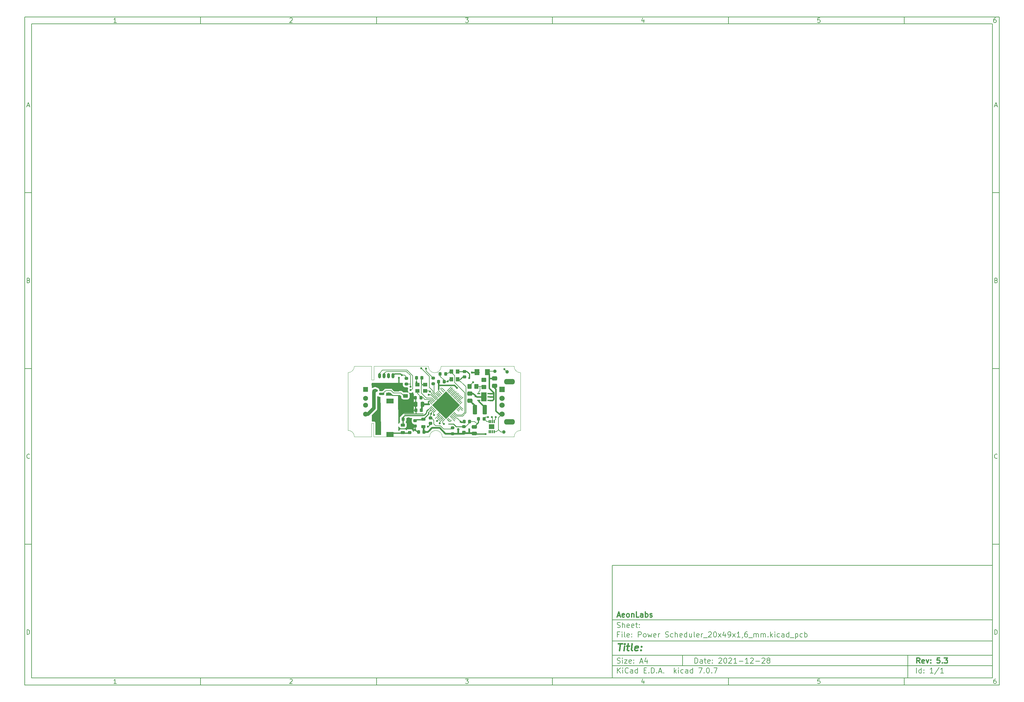
<source format=gbr>
G04 #@! TF.GenerationSoftware,KiCad,Pcbnew,7.0.7*
G04 #@! TF.CreationDate,2023-09-06T15:28:22+02:00*
G04 #@! TF.ProjectId,Power Scheduler_20x49x1_6_mm,506f7765-7220-4536-9368-6564756c6572,5.3*
G04 #@! TF.SameCoordinates,Original*
G04 #@! TF.FileFunction,Copper,L1,Top*
G04 #@! TF.FilePolarity,Positive*
%FSLAX46Y46*%
G04 Gerber Fmt 4.6, Leading zero omitted, Abs format (unit mm)*
G04 Created by KiCad (PCBNEW 7.0.7) date 2023-09-06 15:28:22*
%MOMM*%
%LPD*%
G01*
G04 APERTURE LIST*
G04 Aperture macros list*
%AMRoundRect*
0 Rectangle with rounded corners*
0 $1 Rounding radius*
0 $2 $3 $4 $5 $6 $7 $8 $9 X,Y pos of 4 corners*
0 Add a 4 corners polygon primitive as box body*
4,1,4,$2,$3,$4,$5,$6,$7,$8,$9,$2,$3,0*
0 Add four circle primitives for the rounded corners*
1,1,$1+$1,$2,$3*
1,1,$1+$1,$4,$5*
1,1,$1+$1,$6,$7*
1,1,$1+$1,$8,$9*
0 Add four rect primitives between the rounded corners*
20,1,$1+$1,$2,$3,$4,$5,0*
20,1,$1+$1,$4,$5,$6,$7,0*
20,1,$1+$1,$6,$7,$8,$9,0*
20,1,$1+$1,$8,$9,$2,$3,0*%
%AMRotRect*
0 Rectangle, with rotation*
0 The origin of the aperture is its center*
0 $1 length*
0 $2 width*
0 $3 Rotation angle, in degrees counterclockwise*
0 Add horizontal line*
21,1,$1,$2,0,0,$3*%
G04 Aperture macros list end*
%ADD10C,0.100000*%
%ADD11C,0.150000*%
%ADD12C,0.300000*%
%ADD13C,0.400000*%
G04 #@! TA.AperFunction,SMDPad,CuDef*
%ADD14RoundRect,0.225000X-0.250000X0.225000X-0.250000X-0.225000X0.250000X-0.225000X0.250000X0.225000X0*%
G04 #@! TD*
G04 #@! TA.AperFunction,SMDPad,CuDef*
%ADD15R,0.840000X0.420000*%
G04 #@! TD*
G04 #@! TA.AperFunction,SMDPad,CuDef*
%ADD16R,1.600000X2.500000*%
G04 #@! TD*
G04 #@! TA.AperFunction,SMDPad,CuDef*
%ADD17RoundRect,0.250001X-0.462499X-0.624999X0.462499X-0.624999X0.462499X0.624999X-0.462499X0.624999X0*%
G04 #@! TD*
G04 #@! TA.AperFunction,SMDPad,CuDef*
%ADD18R,0.300000X0.850000*%
G04 #@! TD*
G04 #@! TA.AperFunction,SMDPad,CuDef*
%ADD19R,1.600000X1.400000*%
G04 #@! TD*
G04 #@! TA.AperFunction,ComponentPad*
%ADD20R,1.428000X1.428000*%
G04 #@! TD*
G04 #@! TA.AperFunction,ComponentPad*
%ADD21C,1.428000*%
G04 #@! TD*
G04 #@! TA.AperFunction,ComponentPad*
%ADD22R,1.508000X1.508000*%
G04 #@! TD*
G04 #@! TA.AperFunction,ComponentPad*
%ADD23C,1.508000*%
G04 #@! TD*
G04 #@! TA.AperFunction,ComponentPad*
%ADD24O,3.150000X1.575000*%
G04 #@! TD*
G04 #@! TA.AperFunction,SMDPad,CuDef*
%ADD25RoundRect,0.250000X0.475000X-0.250000X0.475000X0.250000X-0.475000X0.250000X-0.475000X-0.250000X0*%
G04 #@! TD*
G04 #@! TA.AperFunction,SMDPad,CuDef*
%ADD26RoundRect,0.225000X-0.225000X-0.250000X0.225000X-0.250000X0.225000X0.250000X-0.225000X0.250000X0*%
G04 #@! TD*
G04 #@! TA.AperFunction,SMDPad,CuDef*
%ADD27R,1.300000X1.000000*%
G04 #@! TD*
G04 #@! TA.AperFunction,SMDPad,CuDef*
%ADD28RoundRect,0.225000X0.225000X0.250000X-0.225000X0.250000X-0.225000X-0.250000X0.225000X-0.250000X0*%
G04 #@! TD*
G04 #@! TA.AperFunction,SMDPad,CuDef*
%ADD29RoundRect,0.050000X-0.238649X-0.309359X0.309359X0.238649X0.238649X0.309359X-0.309359X-0.238649X0*%
G04 #@! TD*
G04 #@! TA.AperFunction,SMDPad,CuDef*
%ADD30RoundRect,0.002500X0.000000X-0.003536X0.003536X0.000000X0.000000X0.003536X-0.003536X0.000000X0*%
G04 #@! TD*
G04 #@! TA.AperFunction,SMDPad,CuDef*
%ADD31RoundRect,0.050000X0.238649X-0.309359X0.309359X-0.238649X-0.238649X0.309359X-0.309359X0.238649X0*%
G04 #@! TD*
G04 #@! TA.AperFunction,SMDPad,CuDef*
%ADD32RotRect,5.600000X5.600000X45.000000*%
G04 #@! TD*
G04 #@! TA.AperFunction,SMDPad,CuDef*
%ADD33RoundRect,0.200000X0.275000X-0.200000X0.275000X0.200000X-0.275000X0.200000X-0.275000X-0.200000X0*%
G04 #@! TD*
G04 #@! TA.AperFunction,SMDPad,CuDef*
%ADD34RoundRect,0.250000X-0.450000X0.262500X-0.450000X-0.262500X0.450000X-0.262500X0.450000X0.262500X0*%
G04 #@! TD*
G04 #@! TA.AperFunction,SMDPad,CuDef*
%ADD35RoundRect,0.250000X-0.350000X-0.450000X0.350000X-0.450000X0.350000X0.450000X-0.350000X0.450000X0*%
G04 #@! TD*
G04 #@! TA.AperFunction,SMDPad,CuDef*
%ADD36C,1.000000*%
G04 #@! TD*
G04 #@! TA.AperFunction,SMDPad,CuDef*
%ADD37RoundRect,0.200000X-0.275000X0.200000X-0.275000X-0.200000X0.275000X-0.200000X0.275000X0.200000X0*%
G04 #@! TD*
G04 #@! TA.AperFunction,SMDPad,CuDef*
%ADD38RoundRect,0.225000X0.250000X-0.225000X0.250000X0.225000X-0.250000X0.225000X-0.250000X-0.225000X0*%
G04 #@! TD*
G04 #@! TA.AperFunction,SMDPad,CuDef*
%ADD39RoundRect,0.250000X-0.475000X0.337500X-0.475000X-0.337500X0.475000X-0.337500X0.475000X0.337500X0*%
G04 #@! TD*
G04 #@! TA.AperFunction,SMDPad,CuDef*
%ADD40R,2.100000X1.400000*%
G04 #@! TD*
G04 #@! TA.AperFunction,SMDPad,CuDef*
%ADD41RoundRect,0.218750X0.381250X-0.218750X0.381250X0.218750X-0.381250X0.218750X-0.381250X-0.218750X0*%
G04 #@! TD*
G04 #@! TA.AperFunction,SMDPad,CuDef*
%ADD42RoundRect,0.250000X-0.250000X-0.475000X0.250000X-0.475000X0.250000X0.475000X-0.250000X0.475000X0*%
G04 #@! TD*
G04 #@! TA.AperFunction,SMDPad,CuDef*
%ADD43RoundRect,0.250000X-0.375000X-1.075000X0.375000X-1.075000X0.375000X1.075000X-0.375000X1.075000X0*%
G04 #@! TD*
G04 #@! TA.AperFunction,SMDPad,CuDef*
%ADD44RoundRect,0.250000X0.450000X-0.350000X0.450000X0.350000X-0.450000X0.350000X-0.450000X-0.350000X0*%
G04 #@! TD*
G04 #@! TA.AperFunction,SMDPad,CuDef*
%ADD45RoundRect,0.250000X0.475000X-0.337500X0.475000X0.337500X-0.475000X0.337500X-0.475000X-0.337500X0*%
G04 #@! TD*
G04 #@! TA.AperFunction,SMDPad,CuDef*
%ADD46R,1.000000X1.300000*%
G04 #@! TD*
G04 #@! TA.AperFunction,SMDPad,CuDef*
%ADD47RoundRect,0.150000X0.587500X0.150000X-0.587500X0.150000X-0.587500X-0.150000X0.587500X-0.150000X0*%
G04 #@! TD*
G04 #@! TA.AperFunction,SMDPad,CuDef*
%ADD48O,0.800000X1.500000*%
G04 #@! TD*
G04 #@! TA.AperFunction,ViaPad*
%ADD49C,0.600000*%
G04 #@! TD*
G04 #@! TA.AperFunction,ViaPad*
%ADD50C,0.700000*%
G04 #@! TD*
G04 #@! TA.AperFunction,ViaPad*
%ADD51C,0.800000*%
G04 #@! TD*
G04 #@! TA.AperFunction,Conductor*
%ADD52C,0.150000*%
G04 #@! TD*
G04 #@! TA.AperFunction,Conductor*
%ADD53C,0.250000*%
G04 #@! TD*
G04 #@! TA.AperFunction,Conductor*
%ADD54C,0.180000*%
G04 #@! TD*
G04 #@! TA.AperFunction,Conductor*
%ADD55C,0.400000*%
G04 #@! TD*
G04 #@! TA.AperFunction,Conductor*
%ADD56C,0.300000*%
G04 #@! TD*
G04 #@! TA.AperFunction,Conductor*
%ADD57C,0.200000*%
G04 #@! TD*
G04 #@! TA.AperFunction,Conductor*
%ADD58C,0.510000*%
G04 #@! TD*
G04 #@! TA.AperFunction,Conductor*
%ADD59C,0.320000*%
G04 #@! TD*
G04 #@! TA.AperFunction,Conductor*
%ADD60C,1.000000*%
G04 #@! TD*
G04 #@! TA.AperFunction,Profile*
%ADD61C,0.050000*%
G04 #@! TD*
G04 APERTURE END LIST*
D10*
D11*
X177002200Y-166007200D02*
X285002200Y-166007200D01*
X285002200Y-198007200D01*
X177002200Y-198007200D01*
X177002200Y-166007200D01*
D10*
D11*
X10000000Y-10000000D02*
X287002200Y-10000000D01*
X287002200Y-200007200D01*
X10000000Y-200007200D01*
X10000000Y-10000000D01*
D10*
D11*
X12000000Y-12000000D02*
X285002200Y-12000000D01*
X285002200Y-198007200D01*
X12000000Y-198007200D01*
X12000000Y-12000000D01*
D10*
D11*
X60000000Y-12000000D02*
X60000000Y-10000000D01*
D10*
D11*
X110000000Y-12000000D02*
X110000000Y-10000000D01*
D10*
D11*
X160000000Y-12000000D02*
X160000000Y-10000000D01*
D10*
D11*
X210000000Y-12000000D02*
X210000000Y-10000000D01*
D10*
D11*
X260000000Y-12000000D02*
X260000000Y-10000000D01*
D10*
D11*
X36089160Y-11593604D02*
X35346303Y-11593604D01*
X35717731Y-11593604D02*
X35717731Y-10293604D01*
X35717731Y-10293604D02*
X35593922Y-10479319D01*
X35593922Y-10479319D02*
X35470112Y-10603128D01*
X35470112Y-10603128D02*
X35346303Y-10665033D01*
D10*
D11*
X85346303Y-10417414D02*
X85408207Y-10355509D01*
X85408207Y-10355509D02*
X85532017Y-10293604D01*
X85532017Y-10293604D02*
X85841541Y-10293604D01*
X85841541Y-10293604D02*
X85965350Y-10355509D01*
X85965350Y-10355509D02*
X86027255Y-10417414D01*
X86027255Y-10417414D02*
X86089160Y-10541223D01*
X86089160Y-10541223D02*
X86089160Y-10665033D01*
X86089160Y-10665033D02*
X86027255Y-10850747D01*
X86027255Y-10850747D02*
X85284398Y-11593604D01*
X85284398Y-11593604D02*
X86089160Y-11593604D01*
D10*
D11*
X135284398Y-10293604D02*
X136089160Y-10293604D01*
X136089160Y-10293604D02*
X135655826Y-10788842D01*
X135655826Y-10788842D02*
X135841541Y-10788842D01*
X135841541Y-10788842D02*
X135965350Y-10850747D01*
X135965350Y-10850747D02*
X136027255Y-10912652D01*
X136027255Y-10912652D02*
X136089160Y-11036461D01*
X136089160Y-11036461D02*
X136089160Y-11345985D01*
X136089160Y-11345985D02*
X136027255Y-11469795D01*
X136027255Y-11469795D02*
X135965350Y-11531700D01*
X135965350Y-11531700D02*
X135841541Y-11593604D01*
X135841541Y-11593604D02*
X135470112Y-11593604D01*
X135470112Y-11593604D02*
X135346303Y-11531700D01*
X135346303Y-11531700D02*
X135284398Y-11469795D01*
D10*
D11*
X185965350Y-10726938D02*
X185965350Y-11593604D01*
X185655826Y-10231700D02*
X185346303Y-11160271D01*
X185346303Y-11160271D02*
X186151064Y-11160271D01*
D10*
D11*
X236027255Y-10293604D02*
X235408207Y-10293604D01*
X235408207Y-10293604D02*
X235346303Y-10912652D01*
X235346303Y-10912652D02*
X235408207Y-10850747D01*
X235408207Y-10850747D02*
X235532017Y-10788842D01*
X235532017Y-10788842D02*
X235841541Y-10788842D01*
X235841541Y-10788842D02*
X235965350Y-10850747D01*
X235965350Y-10850747D02*
X236027255Y-10912652D01*
X236027255Y-10912652D02*
X236089160Y-11036461D01*
X236089160Y-11036461D02*
X236089160Y-11345985D01*
X236089160Y-11345985D02*
X236027255Y-11469795D01*
X236027255Y-11469795D02*
X235965350Y-11531700D01*
X235965350Y-11531700D02*
X235841541Y-11593604D01*
X235841541Y-11593604D02*
X235532017Y-11593604D01*
X235532017Y-11593604D02*
X235408207Y-11531700D01*
X235408207Y-11531700D02*
X235346303Y-11469795D01*
D10*
D11*
X285965350Y-10293604D02*
X285717731Y-10293604D01*
X285717731Y-10293604D02*
X285593922Y-10355509D01*
X285593922Y-10355509D02*
X285532017Y-10417414D01*
X285532017Y-10417414D02*
X285408207Y-10603128D01*
X285408207Y-10603128D02*
X285346303Y-10850747D01*
X285346303Y-10850747D02*
X285346303Y-11345985D01*
X285346303Y-11345985D02*
X285408207Y-11469795D01*
X285408207Y-11469795D02*
X285470112Y-11531700D01*
X285470112Y-11531700D02*
X285593922Y-11593604D01*
X285593922Y-11593604D02*
X285841541Y-11593604D01*
X285841541Y-11593604D02*
X285965350Y-11531700D01*
X285965350Y-11531700D02*
X286027255Y-11469795D01*
X286027255Y-11469795D02*
X286089160Y-11345985D01*
X286089160Y-11345985D02*
X286089160Y-11036461D01*
X286089160Y-11036461D02*
X286027255Y-10912652D01*
X286027255Y-10912652D02*
X285965350Y-10850747D01*
X285965350Y-10850747D02*
X285841541Y-10788842D01*
X285841541Y-10788842D02*
X285593922Y-10788842D01*
X285593922Y-10788842D02*
X285470112Y-10850747D01*
X285470112Y-10850747D02*
X285408207Y-10912652D01*
X285408207Y-10912652D02*
X285346303Y-11036461D01*
D10*
D11*
X60000000Y-198007200D02*
X60000000Y-200007200D01*
D10*
D11*
X110000000Y-198007200D02*
X110000000Y-200007200D01*
D10*
D11*
X160000000Y-198007200D02*
X160000000Y-200007200D01*
D10*
D11*
X210000000Y-198007200D02*
X210000000Y-200007200D01*
D10*
D11*
X260000000Y-198007200D02*
X260000000Y-200007200D01*
D10*
D11*
X36089160Y-199600804D02*
X35346303Y-199600804D01*
X35717731Y-199600804D02*
X35717731Y-198300804D01*
X35717731Y-198300804D02*
X35593922Y-198486519D01*
X35593922Y-198486519D02*
X35470112Y-198610328D01*
X35470112Y-198610328D02*
X35346303Y-198672233D01*
D10*
D11*
X85346303Y-198424614D02*
X85408207Y-198362709D01*
X85408207Y-198362709D02*
X85532017Y-198300804D01*
X85532017Y-198300804D02*
X85841541Y-198300804D01*
X85841541Y-198300804D02*
X85965350Y-198362709D01*
X85965350Y-198362709D02*
X86027255Y-198424614D01*
X86027255Y-198424614D02*
X86089160Y-198548423D01*
X86089160Y-198548423D02*
X86089160Y-198672233D01*
X86089160Y-198672233D02*
X86027255Y-198857947D01*
X86027255Y-198857947D02*
X85284398Y-199600804D01*
X85284398Y-199600804D02*
X86089160Y-199600804D01*
D10*
D11*
X135284398Y-198300804D02*
X136089160Y-198300804D01*
X136089160Y-198300804D02*
X135655826Y-198796042D01*
X135655826Y-198796042D02*
X135841541Y-198796042D01*
X135841541Y-198796042D02*
X135965350Y-198857947D01*
X135965350Y-198857947D02*
X136027255Y-198919852D01*
X136027255Y-198919852D02*
X136089160Y-199043661D01*
X136089160Y-199043661D02*
X136089160Y-199353185D01*
X136089160Y-199353185D02*
X136027255Y-199476995D01*
X136027255Y-199476995D02*
X135965350Y-199538900D01*
X135965350Y-199538900D02*
X135841541Y-199600804D01*
X135841541Y-199600804D02*
X135470112Y-199600804D01*
X135470112Y-199600804D02*
X135346303Y-199538900D01*
X135346303Y-199538900D02*
X135284398Y-199476995D01*
D10*
D11*
X185965350Y-198734138D02*
X185965350Y-199600804D01*
X185655826Y-198238900D02*
X185346303Y-199167471D01*
X185346303Y-199167471D02*
X186151064Y-199167471D01*
D10*
D11*
X236027255Y-198300804D02*
X235408207Y-198300804D01*
X235408207Y-198300804D02*
X235346303Y-198919852D01*
X235346303Y-198919852D02*
X235408207Y-198857947D01*
X235408207Y-198857947D02*
X235532017Y-198796042D01*
X235532017Y-198796042D02*
X235841541Y-198796042D01*
X235841541Y-198796042D02*
X235965350Y-198857947D01*
X235965350Y-198857947D02*
X236027255Y-198919852D01*
X236027255Y-198919852D02*
X236089160Y-199043661D01*
X236089160Y-199043661D02*
X236089160Y-199353185D01*
X236089160Y-199353185D02*
X236027255Y-199476995D01*
X236027255Y-199476995D02*
X235965350Y-199538900D01*
X235965350Y-199538900D02*
X235841541Y-199600804D01*
X235841541Y-199600804D02*
X235532017Y-199600804D01*
X235532017Y-199600804D02*
X235408207Y-199538900D01*
X235408207Y-199538900D02*
X235346303Y-199476995D01*
D10*
D11*
X285965350Y-198300804D02*
X285717731Y-198300804D01*
X285717731Y-198300804D02*
X285593922Y-198362709D01*
X285593922Y-198362709D02*
X285532017Y-198424614D01*
X285532017Y-198424614D02*
X285408207Y-198610328D01*
X285408207Y-198610328D02*
X285346303Y-198857947D01*
X285346303Y-198857947D02*
X285346303Y-199353185D01*
X285346303Y-199353185D02*
X285408207Y-199476995D01*
X285408207Y-199476995D02*
X285470112Y-199538900D01*
X285470112Y-199538900D02*
X285593922Y-199600804D01*
X285593922Y-199600804D02*
X285841541Y-199600804D01*
X285841541Y-199600804D02*
X285965350Y-199538900D01*
X285965350Y-199538900D02*
X286027255Y-199476995D01*
X286027255Y-199476995D02*
X286089160Y-199353185D01*
X286089160Y-199353185D02*
X286089160Y-199043661D01*
X286089160Y-199043661D02*
X286027255Y-198919852D01*
X286027255Y-198919852D02*
X285965350Y-198857947D01*
X285965350Y-198857947D02*
X285841541Y-198796042D01*
X285841541Y-198796042D02*
X285593922Y-198796042D01*
X285593922Y-198796042D02*
X285470112Y-198857947D01*
X285470112Y-198857947D02*
X285408207Y-198919852D01*
X285408207Y-198919852D02*
X285346303Y-199043661D01*
D10*
D11*
X10000000Y-60000000D02*
X12000000Y-60000000D01*
D10*
D11*
X10000000Y-110000000D02*
X12000000Y-110000000D01*
D10*
D11*
X10000000Y-160000000D02*
X12000000Y-160000000D01*
D10*
D11*
X10690476Y-35222176D02*
X11309523Y-35222176D01*
X10566666Y-35593604D02*
X10999999Y-34293604D01*
X10999999Y-34293604D02*
X11433333Y-35593604D01*
D10*
D11*
X11092857Y-84912652D02*
X11278571Y-84974557D01*
X11278571Y-84974557D02*
X11340476Y-85036461D01*
X11340476Y-85036461D02*
X11402380Y-85160271D01*
X11402380Y-85160271D02*
X11402380Y-85345985D01*
X11402380Y-85345985D02*
X11340476Y-85469795D01*
X11340476Y-85469795D02*
X11278571Y-85531700D01*
X11278571Y-85531700D02*
X11154761Y-85593604D01*
X11154761Y-85593604D02*
X10659523Y-85593604D01*
X10659523Y-85593604D02*
X10659523Y-84293604D01*
X10659523Y-84293604D02*
X11092857Y-84293604D01*
X11092857Y-84293604D02*
X11216666Y-84355509D01*
X11216666Y-84355509D02*
X11278571Y-84417414D01*
X11278571Y-84417414D02*
X11340476Y-84541223D01*
X11340476Y-84541223D02*
X11340476Y-84665033D01*
X11340476Y-84665033D02*
X11278571Y-84788842D01*
X11278571Y-84788842D02*
X11216666Y-84850747D01*
X11216666Y-84850747D02*
X11092857Y-84912652D01*
X11092857Y-84912652D02*
X10659523Y-84912652D01*
D10*
D11*
X11402380Y-135469795D02*
X11340476Y-135531700D01*
X11340476Y-135531700D02*
X11154761Y-135593604D01*
X11154761Y-135593604D02*
X11030952Y-135593604D01*
X11030952Y-135593604D02*
X10845238Y-135531700D01*
X10845238Y-135531700D02*
X10721428Y-135407890D01*
X10721428Y-135407890D02*
X10659523Y-135284080D01*
X10659523Y-135284080D02*
X10597619Y-135036461D01*
X10597619Y-135036461D02*
X10597619Y-134850747D01*
X10597619Y-134850747D02*
X10659523Y-134603128D01*
X10659523Y-134603128D02*
X10721428Y-134479319D01*
X10721428Y-134479319D02*
X10845238Y-134355509D01*
X10845238Y-134355509D02*
X11030952Y-134293604D01*
X11030952Y-134293604D02*
X11154761Y-134293604D01*
X11154761Y-134293604D02*
X11340476Y-134355509D01*
X11340476Y-134355509D02*
X11402380Y-134417414D01*
D10*
D11*
X10659523Y-185593604D02*
X10659523Y-184293604D01*
X10659523Y-184293604D02*
X10969047Y-184293604D01*
X10969047Y-184293604D02*
X11154761Y-184355509D01*
X11154761Y-184355509D02*
X11278571Y-184479319D01*
X11278571Y-184479319D02*
X11340476Y-184603128D01*
X11340476Y-184603128D02*
X11402380Y-184850747D01*
X11402380Y-184850747D02*
X11402380Y-185036461D01*
X11402380Y-185036461D02*
X11340476Y-185284080D01*
X11340476Y-185284080D02*
X11278571Y-185407890D01*
X11278571Y-185407890D02*
X11154761Y-185531700D01*
X11154761Y-185531700D02*
X10969047Y-185593604D01*
X10969047Y-185593604D02*
X10659523Y-185593604D01*
D10*
D11*
X287002200Y-60000000D02*
X285002200Y-60000000D01*
D10*
D11*
X287002200Y-110000000D02*
X285002200Y-110000000D01*
D10*
D11*
X287002200Y-160000000D02*
X285002200Y-160000000D01*
D10*
D11*
X285692676Y-35222176D02*
X286311723Y-35222176D01*
X285568866Y-35593604D02*
X286002199Y-34293604D01*
X286002199Y-34293604D02*
X286435533Y-35593604D01*
D10*
D11*
X286095057Y-84912652D02*
X286280771Y-84974557D01*
X286280771Y-84974557D02*
X286342676Y-85036461D01*
X286342676Y-85036461D02*
X286404580Y-85160271D01*
X286404580Y-85160271D02*
X286404580Y-85345985D01*
X286404580Y-85345985D02*
X286342676Y-85469795D01*
X286342676Y-85469795D02*
X286280771Y-85531700D01*
X286280771Y-85531700D02*
X286156961Y-85593604D01*
X286156961Y-85593604D02*
X285661723Y-85593604D01*
X285661723Y-85593604D02*
X285661723Y-84293604D01*
X285661723Y-84293604D02*
X286095057Y-84293604D01*
X286095057Y-84293604D02*
X286218866Y-84355509D01*
X286218866Y-84355509D02*
X286280771Y-84417414D01*
X286280771Y-84417414D02*
X286342676Y-84541223D01*
X286342676Y-84541223D02*
X286342676Y-84665033D01*
X286342676Y-84665033D02*
X286280771Y-84788842D01*
X286280771Y-84788842D02*
X286218866Y-84850747D01*
X286218866Y-84850747D02*
X286095057Y-84912652D01*
X286095057Y-84912652D02*
X285661723Y-84912652D01*
D10*
D11*
X286404580Y-135469795D02*
X286342676Y-135531700D01*
X286342676Y-135531700D02*
X286156961Y-135593604D01*
X286156961Y-135593604D02*
X286033152Y-135593604D01*
X286033152Y-135593604D02*
X285847438Y-135531700D01*
X285847438Y-135531700D02*
X285723628Y-135407890D01*
X285723628Y-135407890D02*
X285661723Y-135284080D01*
X285661723Y-135284080D02*
X285599819Y-135036461D01*
X285599819Y-135036461D02*
X285599819Y-134850747D01*
X285599819Y-134850747D02*
X285661723Y-134603128D01*
X285661723Y-134603128D02*
X285723628Y-134479319D01*
X285723628Y-134479319D02*
X285847438Y-134355509D01*
X285847438Y-134355509D02*
X286033152Y-134293604D01*
X286033152Y-134293604D02*
X286156961Y-134293604D01*
X286156961Y-134293604D02*
X286342676Y-134355509D01*
X286342676Y-134355509D02*
X286404580Y-134417414D01*
D10*
D11*
X285661723Y-185593604D02*
X285661723Y-184293604D01*
X285661723Y-184293604D02*
X285971247Y-184293604D01*
X285971247Y-184293604D02*
X286156961Y-184355509D01*
X286156961Y-184355509D02*
X286280771Y-184479319D01*
X286280771Y-184479319D02*
X286342676Y-184603128D01*
X286342676Y-184603128D02*
X286404580Y-184850747D01*
X286404580Y-184850747D02*
X286404580Y-185036461D01*
X286404580Y-185036461D02*
X286342676Y-185284080D01*
X286342676Y-185284080D02*
X286280771Y-185407890D01*
X286280771Y-185407890D02*
X286156961Y-185531700D01*
X286156961Y-185531700D02*
X285971247Y-185593604D01*
X285971247Y-185593604D02*
X285661723Y-185593604D01*
D10*
D11*
X200458026Y-193793328D02*
X200458026Y-192293328D01*
X200458026Y-192293328D02*
X200815169Y-192293328D01*
X200815169Y-192293328D02*
X201029455Y-192364757D01*
X201029455Y-192364757D02*
X201172312Y-192507614D01*
X201172312Y-192507614D02*
X201243741Y-192650471D01*
X201243741Y-192650471D02*
X201315169Y-192936185D01*
X201315169Y-192936185D02*
X201315169Y-193150471D01*
X201315169Y-193150471D02*
X201243741Y-193436185D01*
X201243741Y-193436185D02*
X201172312Y-193579042D01*
X201172312Y-193579042D02*
X201029455Y-193721900D01*
X201029455Y-193721900D02*
X200815169Y-193793328D01*
X200815169Y-193793328D02*
X200458026Y-193793328D01*
X202600884Y-193793328D02*
X202600884Y-193007614D01*
X202600884Y-193007614D02*
X202529455Y-192864757D01*
X202529455Y-192864757D02*
X202386598Y-192793328D01*
X202386598Y-192793328D02*
X202100884Y-192793328D01*
X202100884Y-192793328D02*
X201958026Y-192864757D01*
X202600884Y-193721900D02*
X202458026Y-193793328D01*
X202458026Y-193793328D02*
X202100884Y-193793328D01*
X202100884Y-193793328D02*
X201958026Y-193721900D01*
X201958026Y-193721900D02*
X201886598Y-193579042D01*
X201886598Y-193579042D02*
X201886598Y-193436185D01*
X201886598Y-193436185D02*
X201958026Y-193293328D01*
X201958026Y-193293328D02*
X202100884Y-193221900D01*
X202100884Y-193221900D02*
X202458026Y-193221900D01*
X202458026Y-193221900D02*
X202600884Y-193150471D01*
X203100884Y-192793328D02*
X203672312Y-192793328D01*
X203315169Y-192293328D02*
X203315169Y-193579042D01*
X203315169Y-193579042D02*
X203386598Y-193721900D01*
X203386598Y-193721900D02*
X203529455Y-193793328D01*
X203529455Y-193793328D02*
X203672312Y-193793328D01*
X204743741Y-193721900D02*
X204600884Y-193793328D01*
X204600884Y-193793328D02*
X204315170Y-193793328D01*
X204315170Y-193793328D02*
X204172312Y-193721900D01*
X204172312Y-193721900D02*
X204100884Y-193579042D01*
X204100884Y-193579042D02*
X204100884Y-193007614D01*
X204100884Y-193007614D02*
X204172312Y-192864757D01*
X204172312Y-192864757D02*
X204315170Y-192793328D01*
X204315170Y-192793328D02*
X204600884Y-192793328D01*
X204600884Y-192793328D02*
X204743741Y-192864757D01*
X204743741Y-192864757D02*
X204815170Y-193007614D01*
X204815170Y-193007614D02*
X204815170Y-193150471D01*
X204815170Y-193150471D02*
X204100884Y-193293328D01*
X205458026Y-193650471D02*
X205529455Y-193721900D01*
X205529455Y-193721900D02*
X205458026Y-193793328D01*
X205458026Y-193793328D02*
X205386598Y-193721900D01*
X205386598Y-193721900D02*
X205458026Y-193650471D01*
X205458026Y-193650471D02*
X205458026Y-193793328D01*
X205458026Y-192864757D02*
X205529455Y-192936185D01*
X205529455Y-192936185D02*
X205458026Y-193007614D01*
X205458026Y-193007614D02*
X205386598Y-192936185D01*
X205386598Y-192936185D02*
X205458026Y-192864757D01*
X205458026Y-192864757D02*
X205458026Y-193007614D01*
X207243741Y-192436185D02*
X207315169Y-192364757D01*
X207315169Y-192364757D02*
X207458027Y-192293328D01*
X207458027Y-192293328D02*
X207815169Y-192293328D01*
X207815169Y-192293328D02*
X207958027Y-192364757D01*
X207958027Y-192364757D02*
X208029455Y-192436185D01*
X208029455Y-192436185D02*
X208100884Y-192579042D01*
X208100884Y-192579042D02*
X208100884Y-192721900D01*
X208100884Y-192721900D02*
X208029455Y-192936185D01*
X208029455Y-192936185D02*
X207172312Y-193793328D01*
X207172312Y-193793328D02*
X208100884Y-193793328D01*
X209029455Y-192293328D02*
X209172312Y-192293328D01*
X209172312Y-192293328D02*
X209315169Y-192364757D01*
X209315169Y-192364757D02*
X209386598Y-192436185D01*
X209386598Y-192436185D02*
X209458026Y-192579042D01*
X209458026Y-192579042D02*
X209529455Y-192864757D01*
X209529455Y-192864757D02*
X209529455Y-193221900D01*
X209529455Y-193221900D02*
X209458026Y-193507614D01*
X209458026Y-193507614D02*
X209386598Y-193650471D01*
X209386598Y-193650471D02*
X209315169Y-193721900D01*
X209315169Y-193721900D02*
X209172312Y-193793328D01*
X209172312Y-193793328D02*
X209029455Y-193793328D01*
X209029455Y-193793328D02*
X208886598Y-193721900D01*
X208886598Y-193721900D02*
X208815169Y-193650471D01*
X208815169Y-193650471D02*
X208743740Y-193507614D01*
X208743740Y-193507614D02*
X208672312Y-193221900D01*
X208672312Y-193221900D02*
X208672312Y-192864757D01*
X208672312Y-192864757D02*
X208743740Y-192579042D01*
X208743740Y-192579042D02*
X208815169Y-192436185D01*
X208815169Y-192436185D02*
X208886598Y-192364757D01*
X208886598Y-192364757D02*
X209029455Y-192293328D01*
X210100883Y-192436185D02*
X210172311Y-192364757D01*
X210172311Y-192364757D02*
X210315169Y-192293328D01*
X210315169Y-192293328D02*
X210672311Y-192293328D01*
X210672311Y-192293328D02*
X210815169Y-192364757D01*
X210815169Y-192364757D02*
X210886597Y-192436185D01*
X210886597Y-192436185D02*
X210958026Y-192579042D01*
X210958026Y-192579042D02*
X210958026Y-192721900D01*
X210958026Y-192721900D02*
X210886597Y-192936185D01*
X210886597Y-192936185D02*
X210029454Y-193793328D01*
X210029454Y-193793328D02*
X210958026Y-193793328D01*
X212386597Y-193793328D02*
X211529454Y-193793328D01*
X211958025Y-193793328D02*
X211958025Y-192293328D01*
X211958025Y-192293328D02*
X211815168Y-192507614D01*
X211815168Y-192507614D02*
X211672311Y-192650471D01*
X211672311Y-192650471D02*
X211529454Y-192721900D01*
X213029453Y-193221900D02*
X214172311Y-193221900D01*
X215672311Y-193793328D02*
X214815168Y-193793328D01*
X215243739Y-193793328D02*
X215243739Y-192293328D01*
X215243739Y-192293328D02*
X215100882Y-192507614D01*
X215100882Y-192507614D02*
X214958025Y-192650471D01*
X214958025Y-192650471D02*
X214815168Y-192721900D01*
X216243739Y-192436185D02*
X216315167Y-192364757D01*
X216315167Y-192364757D02*
X216458025Y-192293328D01*
X216458025Y-192293328D02*
X216815167Y-192293328D01*
X216815167Y-192293328D02*
X216958025Y-192364757D01*
X216958025Y-192364757D02*
X217029453Y-192436185D01*
X217029453Y-192436185D02*
X217100882Y-192579042D01*
X217100882Y-192579042D02*
X217100882Y-192721900D01*
X217100882Y-192721900D02*
X217029453Y-192936185D01*
X217029453Y-192936185D02*
X216172310Y-193793328D01*
X216172310Y-193793328D02*
X217100882Y-193793328D01*
X217743738Y-193221900D02*
X218886596Y-193221900D01*
X219529453Y-192436185D02*
X219600881Y-192364757D01*
X219600881Y-192364757D02*
X219743739Y-192293328D01*
X219743739Y-192293328D02*
X220100881Y-192293328D01*
X220100881Y-192293328D02*
X220243739Y-192364757D01*
X220243739Y-192364757D02*
X220315167Y-192436185D01*
X220315167Y-192436185D02*
X220386596Y-192579042D01*
X220386596Y-192579042D02*
X220386596Y-192721900D01*
X220386596Y-192721900D02*
X220315167Y-192936185D01*
X220315167Y-192936185D02*
X219458024Y-193793328D01*
X219458024Y-193793328D02*
X220386596Y-193793328D01*
X221243738Y-192936185D02*
X221100881Y-192864757D01*
X221100881Y-192864757D02*
X221029452Y-192793328D01*
X221029452Y-192793328D02*
X220958024Y-192650471D01*
X220958024Y-192650471D02*
X220958024Y-192579042D01*
X220958024Y-192579042D02*
X221029452Y-192436185D01*
X221029452Y-192436185D02*
X221100881Y-192364757D01*
X221100881Y-192364757D02*
X221243738Y-192293328D01*
X221243738Y-192293328D02*
X221529452Y-192293328D01*
X221529452Y-192293328D02*
X221672310Y-192364757D01*
X221672310Y-192364757D02*
X221743738Y-192436185D01*
X221743738Y-192436185D02*
X221815167Y-192579042D01*
X221815167Y-192579042D02*
X221815167Y-192650471D01*
X221815167Y-192650471D02*
X221743738Y-192793328D01*
X221743738Y-192793328D02*
X221672310Y-192864757D01*
X221672310Y-192864757D02*
X221529452Y-192936185D01*
X221529452Y-192936185D02*
X221243738Y-192936185D01*
X221243738Y-192936185D02*
X221100881Y-193007614D01*
X221100881Y-193007614D02*
X221029452Y-193079042D01*
X221029452Y-193079042D02*
X220958024Y-193221900D01*
X220958024Y-193221900D02*
X220958024Y-193507614D01*
X220958024Y-193507614D02*
X221029452Y-193650471D01*
X221029452Y-193650471D02*
X221100881Y-193721900D01*
X221100881Y-193721900D02*
X221243738Y-193793328D01*
X221243738Y-193793328D02*
X221529452Y-193793328D01*
X221529452Y-193793328D02*
X221672310Y-193721900D01*
X221672310Y-193721900D02*
X221743738Y-193650471D01*
X221743738Y-193650471D02*
X221815167Y-193507614D01*
X221815167Y-193507614D02*
X221815167Y-193221900D01*
X221815167Y-193221900D02*
X221743738Y-193079042D01*
X221743738Y-193079042D02*
X221672310Y-193007614D01*
X221672310Y-193007614D02*
X221529452Y-192936185D01*
D10*
D11*
X177002200Y-194507200D02*
X285002200Y-194507200D01*
D10*
D11*
X178458026Y-196593328D02*
X178458026Y-195093328D01*
X179315169Y-196593328D02*
X178672312Y-195736185D01*
X179315169Y-195093328D02*
X178458026Y-195950471D01*
X179958026Y-196593328D02*
X179958026Y-195593328D01*
X179958026Y-195093328D02*
X179886598Y-195164757D01*
X179886598Y-195164757D02*
X179958026Y-195236185D01*
X179958026Y-195236185D02*
X180029455Y-195164757D01*
X180029455Y-195164757D02*
X179958026Y-195093328D01*
X179958026Y-195093328D02*
X179958026Y-195236185D01*
X181529455Y-196450471D02*
X181458027Y-196521900D01*
X181458027Y-196521900D02*
X181243741Y-196593328D01*
X181243741Y-196593328D02*
X181100884Y-196593328D01*
X181100884Y-196593328D02*
X180886598Y-196521900D01*
X180886598Y-196521900D02*
X180743741Y-196379042D01*
X180743741Y-196379042D02*
X180672312Y-196236185D01*
X180672312Y-196236185D02*
X180600884Y-195950471D01*
X180600884Y-195950471D02*
X180600884Y-195736185D01*
X180600884Y-195736185D02*
X180672312Y-195450471D01*
X180672312Y-195450471D02*
X180743741Y-195307614D01*
X180743741Y-195307614D02*
X180886598Y-195164757D01*
X180886598Y-195164757D02*
X181100884Y-195093328D01*
X181100884Y-195093328D02*
X181243741Y-195093328D01*
X181243741Y-195093328D02*
X181458027Y-195164757D01*
X181458027Y-195164757D02*
X181529455Y-195236185D01*
X182815170Y-196593328D02*
X182815170Y-195807614D01*
X182815170Y-195807614D02*
X182743741Y-195664757D01*
X182743741Y-195664757D02*
X182600884Y-195593328D01*
X182600884Y-195593328D02*
X182315170Y-195593328D01*
X182315170Y-195593328D02*
X182172312Y-195664757D01*
X182815170Y-196521900D02*
X182672312Y-196593328D01*
X182672312Y-196593328D02*
X182315170Y-196593328D01*
X182315170Y-196593328D02*
X182172312Y-196521900D01*
X182172312Y-196521900D02*
X182100884Y-196379042D01*
X182100884Y-196379042D02*
X182100884Y-196236185D01*
X182100884Y-196236185D02*
X182172312Y-196093328D01*
X182172312Y-196093328D02*
X182315170Y-196021900D01*
X182315170Y-196021900D02*
X182672312Y-196021900D01*
X182672312Y-196021900D02*
X182815170Y-195950471D01*
X184172313Y-196593328D02*
X184172313Y-195093328D01*
X184172313Y-196521900D02*
X184029455Y-196593328D01*
X184029455Y-196593328D02*
X183743741Y-196593328D01*
X183743741Y-196593328D02*
X183600884Y-196521900D01*
X183600884Y-196521900D02*
X183529455Y-196450471D01*
X183529455Y-196450471D02*
X183458027Y-196307614D01*
X183458027Y-196307614D02*
X183458027Y-195879042D01*
X183458027Y-195879042D02*
X183529455Y-195736185D01*
X183529455Y-195736185D02*
X183600884Y-195664757D01*
X183600884Y-195664757D02*
X183743741Y-195593328D01*
X183743741Y-195593328D02*
X184029455Y-195593328D01*
X184029455Y-195593328D02*
X184172313Y-195664757D01*
X186029455Y-195807614D02*
X186529455Y-195807614D01*
X186743741Y-196593328D02*
X186029455Y-196593328D01*
X186029455Y-196593328D02*
X186029455Y-195093328D01*
X186029455Y-195093328D02*
X186743741Y-195093328D01*
X187386598Y-196450471D02*
X187458027Y-196521900D01*
X187458027Y-196521900D02*
X187386598Y-196593328D01*
X187386598Y-196593328D02*
X187315170Y-196521900D01*
X187315170Y-196521900D02*
X187386598Y-196450471D01*
X187386598Y-196450471D02*
X187386598Y-196593328D01*
X188100884Y-196593328D02*
X188100884Y-195093328D01*
X188100884Y-195093328D02*
X188458027Y-195093328D01*
X188458027Y-195093328D02*
X188672313Y-195164757D01*
X188672313Y-195164757D02*
X188815170Y-195307614D01*
X188815170Y-195307614D02*
X188886599Y-195450471D01*
X188886599Y-195450471D02*
X188958027Y-195736185D01*
X188958027Y-195736185D02*
X188958027Y-195950471D01*
X188958027Y-195950471D02*
X188886599Y-196236185D01*
X188886599Y-196236185D02*
X188815170Y-196379042D01*
X188815170Y-196379042D02*
X188672313Y-196521900D01*
X188672313Y-196521900D02*
X188458027Y-196593328D01*
X188458027Y-196593328D02*
X188100884Y-196593328D01*
X189600884Y-196450471D02*
X189672313Y-196521900D01*
X189672313Y-196521900D02*
X189600884Y-196593328D01*
X189600884Y-196593328D02*
X189529456Y-196521900D01*
X189529456Y-196521900D02*
X189600884Y-196450471D01*
X189600884Y-196450471D02*
X189600884Y-196593328D01*
X190243742Y-196164757D02*
X190958028Y-196164757D01*
X190100885Y-196593328D02*
X190600885Y-195093328D01*
X190600885Y-195093328D02*
X191100885Y-196593328D01*
X191600884Y-196450471D02*
X191672313Y-196521900D01*
X191672313Y-196521900D02*
X191600884Y-196593328D01*
X191600884Y-196593328D02*
X191529456Y-196521900D01*
X191529456Y-196521900D02*
X191600884Y-196450471D01*
X191600884Y-196450471D02*
X191600884Y-196593328D01*
X194600884Y-196593328D02*
X194600884Y-195093328D01*
X194743742Y-196021900D02*
X195172313Y-196593328D01*
X195172313Y-195593328D02*
X194600884Y-196164757D01*
X195815170Y-196593328D02*
X195815170Y-195593328D01*
X195815170Y-195093328D02*
X195743742Y-195164757D01*
X195743742Y-195164757D02*
X195815170Y-195236185D01*
X195815170Y-195236185D02*
X195886599Y-195164757D01*
X195886599Y-195164757D02*
X195815170Y-195093328D01*
X195815170Y-195093328D02*
X195815170Y-195236185D01*
X197172314Y-196521900D02*
X197029456Y-196593328D01*
X197029456Y-196593328D02*
X196743742Y-196593328D01*
X196743742Y-196593328D02*
X196600885Y-196521900D01*
X196600885Y-196521900D02*
X196529456Y-196450471D01*
X196529456Y-196450471D02*
X196458028Y-196307614D01*
X196458028Y-196307614D02*
X196458028Y-195879042D01*
X196458028Y-195879042D02*
X196529456Y-195736185D01*
X196529456Y-195736185D02*
X196600885Y-195664757D01*
X196600885Y-195664757D02*
X196743742Y-195593328D01*
X196743742Y-195593328D02*
X197029456Y-195593328D01*
X197029456Y-195593328D02*
X197172314Y-195664757D01*
X198458028Y-196593328D02*
X198458028Y-195807614D01*
X198458028Y-195807614D02*
X198386599Y-195664757D01*
X198386599Y-195664757D02*
X198243742Y-195593328D01*
X198243742Y-195593328D02*
X197958028Y-195593328D01*
X197958028Y-195593328D02*
X197815170Y-195664757D01*
X198458028Y-196521900D02*
X198315170Y-196593328D01*
X198315170Y-196593328D02*
X197958028Y-196593328D01*
X197958028Y-196593328D02*
X197815170Y-196521900D01*
X197815170Y-196521900D02*
X197743742Y-196379042D01*
X197743742Y-196379042D02*
X197743742Y-196236185D01*
X197743742Y-196236185D02*
X197815170Y-196093328D01*
X197815170Y-196093328D02*
X197958028Y-196021900D01*
X197958028Y-196021900D02*
X198315170Y-196021900D01*
X198315170Y-196021900D02*
X198458028Y-195950471D01*
X199815171Y-196593328D02*
X199815171Y-195093328D01*
X199815171Y-196521900D02*
X199672313Y-196593328D01*
X199672313Y-196593328D02*
X199386599Y-196593328D01*
X199386599Y-196593328D02*
X199243742Y-196521900D01*
X199243742Y-196521900D02*
X199172313Y-196450471D01*
X199172313Y-196450471D02*
X199100885Y-196307614D01*
X199100885Y-196307614D02*
X199100885Y-195879042D01*
X199100885Y-195879042D02*
X199172313Y-195736185D01*
X199172313Y-195736185D02*
X199243742Y-195664757D01*
X199243742Y-195664757D02*
X199386599Y-195593328D01*
X199386599Y-195593328D02*
X199672313Y-195593328D01*
X199672313Y-195593328D02*
X199815171Y-195664757D01*
X201529456Y-195093328D02*
X202529456Y-195093328D01*
X202529456Y-195093328D02*
X201886599Y-196593328D01*
X203100884Y-196450471D02*
X203172313Y-196521900D01*
X203172313Y-196521900D02*
X203100884Y-196593328D01*
X203100884Y-196593328D02*
X203029456Y-196521900D01*
X203029456Y-196521900D02*
X203100884Y-196450471D01*
X203100884Y-196450471D02*
X203100884Y-196593328D01*
X204100885Y-195093328D02*
X204243742Y-195093328D01*
X204243742Y-195093328D02*
X204386599Y-195164757D01*
X204386599Y-195164757D02*
X204458028Y-195236185D01*
X204458028Y-195236185D02*
X204529456Y-195379042D01*
X204529456Y-195379042D02*
X204600885Y-195664757D01*
X204600885Y-195664757D02*
X204600885Y-196021900D01*
X204600885Y-196021900D02*
X204529456Y-196307614D01*
X204529456Y-196307614D02*
X204458028Y-196450471D01*
X204458028Y-196450471D02*
X204386599Y-196521900D01*
X204386599Y-196521900D02*
X204243742Y-196593328D01*
X204243742Y-196593328D02*
X204100885Y-196593328D01*
X204100885Y-196593328D02*
X203958028Y-196521900D01*
X203958028Y-196521900D02*
X203886599Y-196450471D01*
X203886599Y-196450471D02*
X203815170Y-196307614D01*
X203815170Y-196307614D02*
X203743742Y-196021900D01*
X203743742Y-196021900D02*
X203743742Y-195664757D01*
X203743742Y-195664757D02*
X203815170Y-195379042D01*
X203815170Y-195379042D02*
X203886599Y-195236185D01*
X203886599Y-195236185D02*
X203958028Y-195164757D01*
X203958028Y-195164757D02*
X204100885Y-195093328D01*
X205243741Y-196450471D02*
X205315170Y-196521900D01*
X205315170Y-196521900D02*
X205243741Y-196593328D01*
X205243741Y-196593328D02*
X205172313Y-196521900D01*
X205172313Y-196521900D02*
X205243741Y-196450471D01*
X205243741Y-196450471D02*
X205243741Y-196593328D01*
X205815170Y-195093328D02*
X206815170Y-195093328D01*
X206815170Y-195093328D02*
X206172313Y-196593328D01*
D10*
D11*
X177002200Y-191507200D02*
X285002200Y-191507200D01*
D10*
D12*
X264413853Y-193785528D02*
X263913853Y-193071242D01*
X263556710Y-193785528D02*
X263556710Y-192285528D01*
X263556710Y-192285528D02*
X264128139Y-192285528D01*
X264128139Y-192285528D02*
X264270996Y-192356957D01*
X264270996Y-192356957D02*
X264342425Y-192428385D01*
X264342425Y-192428385D02*
X264413853Y-192571242D01*
X264413853Y-192571242D02*
X264413853Y-192785528D01*
X264413853Y-192785528D02*
X264342425Y-192928385D01*
X264342425Y-192928385D02*
X264270996Y-192999814D01*
X264270996Y-192999814D02*
X264128139Y-193071242D01*
X264128139Y-193071242D02*
X263556710Y-193071242D01*
X265628139Y-193714100D02*
X265485282Y-193785528D01*
X265485282Y-193785528D02*
X265199568Y-193785528D01*
X265199568Y-193785528D02*
X265056710Y-193714100D01*
X265056710Y-193714100D02*
X264985282Y-193571242D01*
X264985282Y-193571242D02*
X264985282Y-192999814D01*
X264985282Y-192999814D02*
X265056710Y-192856957D01*
X265056710Y-192856957D02*
X265199568Y-192785528D01*
X265199568Y-192785528D02*
X265485282Y-192785528D01*
X265485282Y-192785528D02*
X265628139Y-192856957D01*
X265628139Y-192856957D02*
X265699568Y-192999814D01*
X265699568Y-192999814D02*
X265699568Y-193142671D01*
X265699568Y-193142671D02*
X264985282Y-193285528D01*
X266199567Y-192785528D02*
X266556710Y-193785528D01*
X266556710Y-193785528D02*
X266913853Y-192785528D01*
X267485281Y-193642671D02*
X267556710Y-193714100D01*
X267556710Y-193714100D02*
X267485281Y-193785528D01*
X267485281Y-193785528D02*
X267413853Y-193714100D01*
X267413853Y-193714100D02*
X267485281Y-193642671D01*
X267485281Y-193642671D02*
X267485281Y-193785528D01*
X267485281Y-192856957D02*
X267556710Y-192928385D01*
X267556710Y-192928385D02*
X267485281Y-192999814D01*
X267485281Y-192999814D02*
X267413853Y-192928385D01*
X267413853Y-192928385D02*
X267485281Y-192856957D01*
X267485281Y-192856957D02*
X267485281Y-192999814D01*
X270056710Y-192285528D02*
X269342424Y-192285528D01*
X269342424Y-192285528D02*
X269270996Y-192999814D01*
X269270996Y-192999814D02*
X269342424Y-192928385D01*
X269342424Y-192928385D02*
X269485282Y-192856957D01*
X269485282Y-192856957D02*
X269842424Y-192856957D01*
X269842424Y-192856957D02*
X269985282Y-192928385D01*
X269985282Y-192928385D02*
X270056710Y-192999814D01*
X270056710Y-192999814D02*
X270128139Y-193142671D01*
X270128139Y-193142671D02*
X270128139Y-193499814D01*
X270128139Y-193499814D02*
X270056710Y-193642671D01*
X270056710Y-193642671D02*
X269985282Y-193714100D01*
X269985282Y-193714100D02*
X269842424Y-193785528D01*
X269842424Y-193785528D02*
X269485282Y-193785528D01*
X269485282Y-193785528D02*
X269342424Y-193714100D01*
X269342424Y-193714100D02*
X269270996Y-193642671D01*
X270770995Y-193642671D02*
X270842424Y-193714100D01*
X270842424Y-193714100D02*
X270770995Y-193785528D01*
X270770995Y-193785528D02*
X270699567Y-193714100D01*
X270699567Y-193714100D02*
X270770995Y-193642671D01*
X270770995Y-193642671D02*
X270770995Y-193785528D01*
X271342424Y-192285528D02*
X272270996Y-192285528D01*
X272270996Y-192285528D02*
X271770996Y-192856957D01*
X271770996Y-192856957D02*
X271985281Y-192856957D01*
X271985281Y-192856957D02*
X272128139Y-192928385D01*
X272128139Y-192928385D02*
X272199567Y-192999814D01*
X272199567Y-192999814D02*
X272270996Y-193142671D01*
X272270996Y-193142671D02*
X272270996Y-193499814D01*
X272270996Y-193499814D02*
X272199567Y-193642671D01*
X272199567Y-193642671D02*
X272128139Y-193714100D01*
X272128139Y-193714100D02*
X271985281Y-193785528D01*
X271985281Y-193785528D02*
X271556710Y-193785528D01*
X271556710Y-193785528D02*
X271413853Y-193714100D01*
X271413853Y-193714100D02*
X271342424Y-193642671D01*
D10*
D11*
X178386598Y-193721900D02*
X178600884Y-193793328D01*
X178600884Y-193793328D02*
X178958026Y-193793328D01*
X178958026Y-193793328D02*
X179100884Y-193721900D01*
X179100884Y-193721900D02*
X179172312Y-193650471D01*
X179172312Y-193650471D02*
X179243741Y-193507614D01*
X179243741Y-193507614D02*
X179243741Y-193364757D01*
X179243741Y-193364757D02*
X179172312Y-193221900D01*
X179172312Y-193221900D02*
X179100884Y-193150471D01*
X179100884Y-193150471D02*
X178958026Y-193079042D01*
X178958026Y-193079042D02*
X178672312Y-193007614D01*
X178672312Y-193007614D02*
X178529455Y-192936185D01*
X178529455Y-192936185D02*
X178458026Y-192864757D01*
X178458026Y-192864757D02*
X178386598Y-192721900D01*
X178386598Y-192721900D02*
X178386598Y-192579042D01*
X178386598Y-192579042D02*
X178458026Y-192436185D01*
X178458026Y-192436185D02*
X178529455Y-192364757D01*
X178529455Y-192364757D02*
X178672312Y-192293328D01*
X178672312Y-192293328D02*
X179029455Y-192293328D01*
X179029455Y-192293328D02*
X179243741Y-192364757D01*
X179886597Y-193793328D02*
X179886597Y-192793328D01*
X179886597Y-192293328D02*
X179815169Y-192364757D01*
X179815169Y-192364757D02*
X179886597Y-192436185D01*
X179886597Y-192436185D02*
X179958026Y-192364757D01*
X179958026Y-192364757D02*
X179886597Y-192293328D01*
X179886597Y-192293328D02*
X179886597Y-192436185D01*
X180458026Y-192793328D02*
X181243741Y-192793328D01*
X181243741Y-192793328D02*
X180458026Y-193793328D01*
X180458026Y-193793328D02*
X181243741Y-193793328D01*
X182386598Y-193721900D02*
X182243741Y-193793328D01*
X182243741Y-193793328D02*
X181958027Y-193793328D01*
X181958027Y-193793328D02*
X181815169Y-193721900D01*
X181815169Y-193721900D02*
X181743741Y-193579042D01*
X181743741Y-193579042D02*
X181743741Y-193007614D01*
X181743741Y-193007614D02*
X181815169Y-192864757D01*
X181815169Y-192864757D02*
X181958027Y-192793328D01*
X181958027Y-192793328D02*
X182243741Y-192793328D01*
X182243741Y-192793328D02*
X182386598Y-192864757D01*
X182386598Y-192864757D02*
X182458027Y-193007614D01*
X182458027Y-193007614D02*
X182458027Y-193150471D01*
X182458027Y-193150471D02*
X181743741Y-193293328D01*
X183100883Y-193650471D02*
X183172312Y-193721900D01*
X183172312Y-193721900D02*
X183100883Y-193793328D01*
X183100883Y-193793328D02*
X183029455Y-193721900D01*
X183029455Y-193721900D02*
X183100883Y-193650471D01*
X183100883Y-193650471D02*
X183100883Y-193793328D01*
X183100883Y-192864757D02*
X183172312Y-192936185D01*
X183172312Y-192936185D02*
X183100883Y-193007614D01*
X183100883Y-193007614D02*
X183029455Y-192936185D01*
X183029455Y-192936185D02*
X183100883Y-192864757D01*
X183100883Y-192864757D02*
X183100883Y-193007614D01*
X184886598Y-193364757D02*
X185600884Y-193364757D01*
X184743741Y-193793328D02*
X185243741Y-192293328D01*
X185243741Y-192293328D02*
X185743741Y-193793328D01*
X186886598Y-192793328D02*
X186886598Y-193793328D01*
X186529455Y-192221900D02*
X186172312Y-193293328D01*
X186172312Y-193293328D02*
X187100883Y-193293328D01*
D10*
D11*
X263458026Y-196593328D02*
X263458026Y-195093328D01*
X264815170Y-196593328D02*
X264815170Y-195093328D01*
X264815170Y-196521900D02*
X264672312Y-196593328D01*
X264672312Y-196593328D02*
X264386598Y-196593328D01*
X264386598Y-196593328D02*
X264243741Y-196521900D01*
X264243741Y-196521900D02*
X264172312Y-196450471D01*
X264172312Y-196450471D02*
X264100884Y-196307614D01*
X264100884Y-196307614D02*
X264100884Y-195879042D01*
X264100884Y-195879042D02*
X264172312Y-195736185D01*
X264172312Y-195736185D02*
X264243741Y-195664757D01*
X264243741Y-195664757D02*
X264386598Y-195593328D01*
X264386598Y-195593328D02*
X264672312Y-195593328D01*
X264672312Y-195593328D02*
X264815170Y-195664757D01*
X265529455Y-196450471D02*
X265600884Y-196521900D01*
X265600884Y-196521900D02*
X265529455Y-196593328D01*
X265529455Y-196593328D02*
X265458027Y-196521900D01*
X265458027Y-196521900D02*
X265529455Y-196450471D01*
X265529455Y-196450471D02*
X265529455Y-196593328D01*
X265529455Y-195664757D02*
X265600884Y-195736185D01*
X265600884Y-195736185D02*
X265529455Y-195807614D01*
X265529455Y-195807614D02*
X265458027Y-195736185D01*
X265458027Y-195736185D02*
X265529455Y-195664757D01*
X265529455Y-195664757D02*
X265529455Y-195807614D01*
X268172313Y-196593328D02*
X267315170Y-196593328D01*
X267743741Y-196593328D02*
X267743741Y-195093328D01*
X267743741Y-195093328D02*
X267600884Y-195307614D01*
X267600884Y-195307614D02*
X267458027Y-195450471D01*
X267458027Y-195450471D02*
X267315170Y-195521900D01*
X269886598Y-195021900D02*
X268600884Y-196950471D01*
X271172313Y-196593328D02*
X270315170Y-196593328D01*
X270743741Y-196593328D02*
X270743741Y-195093328D01*
X270743741Y-195093328D02*
X270600884Y-195307614D01*
X270600884Y-195307614D02*
X270458027Y-195450471D01*
X270458027Y-195450471D02*
X270315170Y-195521900D01*
D10*
D11*
X177002200Y-187507200D02*
X285002200Y-187507200D01*
D10*
D13*
X178693928Y-188211638D02*
X179836785Y-188211638D01*
X179015357Y-190211638D02*
X179265357Y-188211638D01*
X180253452Y-190211638D02*
X180420119Y-188878304D01*
X180503452Y-188211638D02*
X180396309Y-188306876D01*
X180396309Y-188306876D02*
X180479643Y-188402114D01*
X180479643Y-188402114D02*
X180586786Y-188306876D01*
X180586786Y-188306876D02*
X180503452Y-188211638D01*
X180503452Y-188211638D02*
X180479643Y-188402114D01*
X181086786Y-188878304D02*
X181848690Y-188878304D01*
X181455833Y-188211638D02*
X181241548Y-189925923D01*
X181241548Y-189925923D02*
X181312976Y-190116400D01*
X181312976Y-190116400D02*
X181491548Y-190211638D01*
X181491548Y-190211638D02*
X181682024Y-190211638D01*
X182634405Y-190211638D02*
X182455833Y-190116400D01*
X182455833Y-190116400D02*
X182384405Y-189925923D01*
X182384405Y-189925923D02*
X182598690Y-188211638D01*
X184170119Y-190116400D02*
X183967738Y-190211638D01*
X183967738Y-190211638D02*
X183586785Y-190211638D01*
X183586785Y-190211638D02*
X183408214Y-190116400D01*
X183408214Y-190116400D02*
X183336785Y-189925923D01*
X183336785Y-189925923D02*
X183432024Y-189164019D01*
X183432024Y-189164019D02*
X183551071Y-188973542D01*
X183551071Y-188973542D02*
X183753452Y-188878304D01*
X183753452Y-188878304D02*
X184134404Y-188878304D01*
X184134404Y-188878304D02*
X184312976Y-188973542D01*
X184312976Y-188973542D02*
X184384404Y-189164019D01*
X184384404Y-189164019D02*
X184360595Y-189354495D01*
X184360595Y-189354495D02*
X183384404Y-189544971D01*
X185134405Y-190021161D02*
X185217738Y-190116400D01*
X185217738Y-190116400D02*
X185110595Y-190211638D01*
X185110595Y-190211638D02*
X185027262Y-190116400D01*
X185027262Y-190116400D02*
X185134405Y-190021161D01*
X185134405Y-190021161D02*
X185110595Y-190211638D01*
X185265357Y-188973542D02*
X185348690Y-189068780D01*
X185348690Y-189068780D02*
X185241548Y-189164019D01*
X185241548Y-189164019D02*
X185158214Y-189068780D01*
X185158214Y-189068780D02*
X185265357Y-188973542D01*
X185265357Y-188973542D02*
X185241548Y-189164019D01*
D10*
D11*
X178958026Y-185607614D02*
X178458026Y-185607614D01*
X178458026Y-186393328D02*
X178458026Y-184893328D01*
X178458026Y-184893328D02*
X179172312Y-184893328D01*
X179743740Y-186393328D02*
X179743740Y-185393328D01*
X179743740Y-184893328D02*
X179672312Y-184964757D01*
X179672312Y-184964757D02*
X179743740Y-185036185D01*
X179743740Y-185036185D02*
X179815169Y-184964757D01*
X179815169Y-184964757D02*
X179743740Y-184893328D01*
X179743740Y-184893328D02*
X179743740Y-185036185D01*
X180672312Y-186393328D02*
X180529455Y-186321900D01*
X180529455Y-186321900D02*
X180458026Y-186179042D01*
X180458026Y-186179042D02*
X180458026Y-184893328D01*
X181815169Y-186321900D02*
X181672312Y-186393328D01*
X181672312Y-186393328D02*
X181386598Y-186393328D01*
X181386598Y-186393328D02*
X181243740Y-186321900D01*
X181243740Y-186321900D02*
X181172312Y-186179042D01*
X181172312Y-186179042D02*
X181172312Y-185607614D01*
X181172312Y-185607614D02*
X181243740Y-185464757D01*
X181243740Y-185464757D02*
X181386598Y-185393328D01*
X181386598Y-185393328D02*
X181672312Y-185393328D01*
X181672312Y-185393328D02*
X181815169Y-185464757D01*
X181815169Y-185464757D02*
X181886598Y-185607614D01*
X181886598Y-185607614D02*
X181886598Y-185750471D01*
X181886598Y-185750471D02*
X181172312Y-185893328D01*
X182529454Y-186250471D02*
X182600883Y-186321900D01*
X182600883Y-186321900D02*
X182529454Y-186393328D01*
X182529454Y-186393328D02*
X182458026Y-186321900D01*
X182458026Y-186321900D02*
X182529454Y-186250471D01*
X182529454Y-186250471D02*
X182529454Y-186393328D01*
X182529454Y-185464757D02*
X182600883Y-185536185D01*
X182600883Y-185536185D02*
X182529454Y-185607614D01*
X182529454Y-185607614D02*
X182458026Y-185536185D01*
X182458026Y-185536185D02*
X182529454Y-185464757D01*
X182529454Y-185464757D02*
X182529454Y-185607614D01*
X184386597Y-186393328D02*
X184386597Y-184893328D01*
X184386597Y-184893328D02*
X184958026Y-184893328D01*
X184958026Y-184893328D02*
X185100883Y-184964757D01*
X185100883Y-184964757D02*
X185172312Y-185036185D01*
X185172312Y-185036185D02*
X185243740Y-185179042D01*
X185243740Y-185179042D02*
X185243740Y-185393328D01*
X185243740Y-185393328D02*
X185172312Y-185536185D01*
X185172312Y-185536185D02*
X185100883Y-185607614D01*
X185100883Y-185607614D02*
X184958026Y-185679042D01*
X184958026Y-185679042D02*
X184386597Y-185679042D01*
X186100883Y-186393328D02*
X185958026Y-186321900D01*
X185958026Y-186321900D02*
X185886597Y-186250471D01*
X185886597Y-186250471D02*
X185815169Y-186107614D01*
X185815169Y-186107614D02*
X185815169Y-185679042D01*
X185815169Y-185679042D02*
X185886597Y-185536185D01*
X185886597Y-185536185D02*
X185958026Y-185464757D01*
X185958026Y-185464757D02*
X186100883Y-185393328D01*
X186100883Y-185393328D02*
X186315169Y-185393328D01*
X186315169Y-185393328D02*
X186458026Y-185464757D01*
X186458026Y-185464757D02*
X186529455Y-185536185D01*
X186529455Y-185536185D02*
X186600883Y-185679042D01*
X186600883Y-185679042D02*
X186600883Y-186107614D01*
X186600883Y-186107614D02*
X186529455Y-186250471D01*
X186529455Y-186250471D02*
X186458026Y-186321900D01*
X186458026Y-186321900D02*
X186315169Y-186393328D01*
X186315169Y-186393328D02*
X186100883Y-186393328D01*
X187100883Y-185393328D02*
X187386598Y-186393328D01*
X187386598Y-186393328D02*
X187672312Y-185679042D01*
X187672312Y-185679042D02*
X187958026Y-186393328D01*
X187958026Y-186393328D02*
X188243740Y-185393328D01*
X189386598Y-186321900D02*
X189243741Y-186393328D01*
X189243741Y-186393328D02*
X188958027Y-186393328D01*
X188958027Y-186393328D02*
X188815169Y-186321900D01*
X188815169Y-186321900D02*
X188743741Y-186179042D01*
X188743741Y-186179042D02*
X188743741Y-185607614D01*
X188743741Y-185607614D02*
X188815169Y-185464757D01*
X188815169Y-185464757D02*
X188958027Y-185393328D01*
X188958027Y-185393328D02*
X189243741Y-185393328D01*
X189243741Y-185393328D02*
X189386598Y-185464757D01*
X189386598Y-185464757D02*
X189458027Y-185607614D01*
X189458027Y-185607614D02*
X189458027Y-185750471D01*
X189458027Y-185750471D02*
X188743741Y-185893328D01*
X190100883Y-186393328D02*
X190100883Y-185393328D01*
X190100883Y-185679042D02*
X190172312Y-185536185D01*
X190172312Y-185536185D02*
X190243741Y-185464757D01*
X190243741Y-185464757D02*
X190386598Y-185393328D01*
X190386598Y-185393328D02*
X190529455Y-185393328D01*
X192100883Y-186321900D02*
X192315169Y-186393328D01*
X192315169Y-186393328D02*
X192672311Y-186393328D01*
X192672311Y-186393328D02*
X192815169Y-186321900D01*
X192815169Y-186321900D02*
X192886597Y-186250471D01*
X192886597Y-186250471D02*
X192958026Y-186107614D01*
X192958026Y-186107614D02*
X192958026Y-185964757D01*
X192958026Y-185964757D02*
X192886597Y-185821900D01*
X192886597Y-185821900D02*
X192815169Y-185750471D01*
X192815169Y-185750471D02*
X192672311Y-185679042D01*
X192672311Y-185679042D02*
X192386597Y-185607614D01*
X192386597Y-185607614D02*
X192243740Y-185536185D01*
X192243740Y-185536185D02*
X192172311Y-185464757D01*
X192172311Y-185464757D02*
X192100883Y-185321900D01*
X192100883Y-185321900D02*
X192100883Y-185179042D01*
X192100883Y-185179042D02*
X192172311Y-185036185D01*
X192172311Y-185036185D02*
X192243740Y-184964757D01*
X192243740Y-184964757D02*
X192386597Y-184893328D01*
X192386597Y-184893328D02*
X192743740Y-184893328D01*
X192743740Y-184893328D02*
X192958026Y-184964757D01*
X194243740Y-186321900D02*
X194100882Y-186393328D01*
X194100882Y-186393328D02*
X193815168Y-186393328D01*
X193815168Y-186393328D02*
X193672311Y-186321900D01*
X193672311Y-186321900D02*
X193600882Y-186250471D01*
X193600882Y-186250471D02*
X193529454Y-186107614D01*
X193529454Y-186107614D02*
X193529454Y-185679042D01*
X193529454Y-185679042D02*
X193600882Y-185536185D01*
X193600882Y-185536185D02*
X193672311Y-185464757D01*
X193672311Y-185464757D02*
X193815168Y-185393328D01*
X193815168Y-185393328D02*
X194100882Y-185393328D01*
X194100882Y-185393328D02*
X194243740Y-185464757D01*
X194886596Y-186393328D02*
X194886596Y-184893328D01*
X195529454Y-186393328D02*
X195529454Y-185607614D01*
X195529454Y-185607614D02*
X195458025Y-185464757D01*
X195458025Y-185464757D02*
X195315168Y-185393328D01*
X195315168Y-185393328D02*
X195100882Y-185393328D01*
X195100882Y-185393328D02*
X194958025Y-185464757D01*
X194958025Y-185464757D02*
X194886596Y-185536185D01*
X196815168Y-186321900D02*
X196672311Y-186393328D01*
X196672311Y-186393328D02*
X196386597Y-186393328D01*
X196386597Y-186393328D02*
X196243739Y-186321900D01*
X196243739Y-186321900D02*
X196172311Y-186179042D01*
X196172311Y-186179042D02*
X196172311Y-185607614D01*
X196172311Y-185607614D02*
X196243739Y-185464757D01*
X196243739Y-185464757D02*
X196386597Y-185393328D01*
X196386597Y-185393328D02*
X196672311Y-185393328D01*
X196672311Y-185393328D02*
X196815168Y-185464757D01*
X196815168Y-185464757D02*
X196886597Y-185607614D01*
X196886597Y-185607614D02*
X196886597Y-185750471D01*
X196886597Y-185750471D02*
X196172311Y-185893328D01*
X198172311Y-186393328D02*
X198172311Y-184893328D01*
X198172311Y-186321900D02*
X198029453Y-186393328D01*
X198029453Y-186393328D02*
X197743739Y-186393328D01*
X197743739Y-186393328D02*
X197600882Y-186321900D01*
X197600882Y-186321900D02*
X197529453Y-186250471D01*
X197529453Y-186250471D02*
X197458025Y-186107614D01*
X197458025Y-186107614D02*
X197458025Y-185679042D01*
X197458025Y-185679042D02*
X197529453Y-185536185D01*
X197529453Y-185536185D02*
X197600882Y-185464757D01*
X197600882Y-185464757D02*
X197743739Y-185393328D01*
X197743739Y-185393328D02*
X198029453Y-185393328D01*
X198029453Y-185393328D02*
X198172311Y-185464757D01*
X199529454Y-185393328D02*
X199529454Y-186393328D01*
X198886596Y-185393328D02*
X198886596Y-186179042D01*
X198886596Y-186179042D02*
X198958025Y-186321900D01*
X198958025Y-186321900D02*
X199100882Y-186393328D01*
X199100882Y-186393328D02*
X199315168Y-186393328D01*
X199315168Y-186393328D02*
X199458025Y-186321900D01*
X199458025Y-186321900D02*
X199529454Y-186250471D01*
X200458025Y-186393328D02*
X200315168Y-186321900D01*
X200315168Y-186321900D02*
X200243739Y-186179042D01*
X200243739Y-186179042D02*
X200243739Y-184893328D01*
X201600882Y-186321900D02*
X201458025Y-186393328D01*
X201458025Y-186393328D02*
X201172311Y-186393328D01*
X201172311Y-186393328D02*
X201029453Y-186321900D01*
X201029453Y-186321900D02*
X200958025Y-186179042D01*
X200958025Y-186179042D02*
X200958025Y-185607614D01*
X200958025Y-185607614D02*
X201029453Y-185464757D01*
X201029453Y-185464757D02*
X201172311Y-185393328D01*
X201172311Y-185393328D02*
X201458025Y-185393328D01*
X201458025Y-185393328D02*
X201600882Y-185464757D01*
X201600882Y-185464757D02*
X201672311Y-185607614D01*
X201672311Y-185607614D02*
X201672311Y-185750471D01*
X201672311Y-185750471D02*
X200958025Y-185893328D01*
X202315167Y-186393328D02*
X202315167Y-185393328D01*
X202315167Y-185679042D02*
X202386596Y-185536185D01*
X202386596Y-185536185D02*
X202458025Y-185464757D01*
X202458025Y-185464757D02*
X202600882Y-185393328D01*
X202600882Y-185393328D02*
X202743739Y-185393328D01*
X202886596Y-186536185D02*
X204029453Y-186536185D01*
X204315167Y-185036185D02*
X204386595Y-184964757D01*
X204386595Y-184964757D02*
X204529453Y-184893328D01*
X204529453Y-184893328D02*
X204886595Y-184893328D01*
X204886595Y-184893328D02*
X205029453Y-184964757D01*
X205029453Y-184964757D02*
X205100881Y-185036185D01*
X205100881Y-185036185D02*
X205172310Y-185179042D01*
X205172310Y-185179042D02*
X205172310Y-185321900D01*
X205172310Y-185321900D02*
X205100881Y-185536185D01*
X205100881Y-185536185D02*
X204243738Y-186393328D01*
X204243738Y-186393328D02*
X205172310Y-186393328D01*
X206100881Y-184893328D02*
X206243738Y-184893328D01*
X206243738Y-184893328D02*
X206386595Y-184964757D01*
X206386595Y-184964757D02*
X206458024Y-185036185D01*
X206458024Y-185036185D02*
X206529452Y-185179042D01*
X206529452Y-185179042D02*
X206600881Y-185464757D01*
X206600881Y-185464757D02*
X206600881Y-185821900D01*
X206600881Y-185821900D02*
X206529452Y-186107614D01*
X206529452Y-186107614D02*
X206458024Y-186250471D01*
X206458024Y-186250471D02*
X206386595Y-186321900D01*
X206386595Y-186321900D02*
X206243738Y-186393328D01*
X206243738Y-186393328D02*
X206100881Y-186393328D01*
X206100881Y-186393328D02*
X205958024Y-186321900D01*
X205958024Y-186321900D02*
X205886595Y-186250471D01*
X205886595Y-186250471D02*
X205815166Y-186107614D01*
X205815166Y-186107614D02*
X205743738Y-185821900D01*
X205743738Y-185821900D02*
X205743738Y-185464757D01*
X205743738Y-185464757D02*
X205815166Y-185179042D01*
X205815166Y-185179042D02*
X205886595Y-185036185D01*
X205886595Y-185036185D02*
X205958024Y-184964757D01*
X205958024Y-184964757D02*
X206100881Y-184893328D01*
X207100880Y-186393328D02*
X207886595Y-185393328D01*
X207100880Y-185393328D02*
X207886595Y-186393328D01*
X209100881Y-185393328D02*
X209100881Y-186393328D01*
X208743738Y-184821900D02*
X208386595Y-185893328D01*
X208386595Y-185893328D02*
X209315166Y-185893328D01*
X209958023Y-186393328D02*
X210243737Y-186393328D01*
X210243737Y-186393328D02*
X210386594Y-186321900D01*
X210386594Y-186321900D02*
X210458023Y-186250471D01*
X210458023Y-186250471D02*
X210600880Y-186036185D01*
X210600880Y-186036185D02*
X210672309Y-185750471D01*
X210672309Y-185750471D02*
X210672309Y-185179042D01*
X210672309Y-185179042D02*
X210600880Y-185036185D01*
X210600880Y-185036185D02*
X210529452Y-184964757D01*
X210529452Y-184964757D02*
X210386594Y-184893328D01*
X210386594Y-184893328D02*
X210100880Y-184893328D01*
X210100880Y-184893328D02*
X209958023Y-184964757D01*
X209958023Y-184964757D02*
X209886594Y-185036185D01*
X209886594Y-185036185D02*
X209815166Y-185179042D01*
X209815166Y-185179042D02*
X209815166Y-185536185D01*
X209815166Y-185536185D02*
X209886594Y-185679042D01*
X209886594Y-185679042D02*
X209958023Y-185750471D01*
X209958023Y-185750471D02*
X210100880Y-185821900D01*
X210100880Y-185821900D02*
X210386594Y-185821900D01*
X210386594Y-185821900D02*
X210529452Y-185750471D01*
X210529452Y-185750471D02*
X210600880Y-185679042D01*
X210600880Y-185679042D02*
X210672309Y-185536185D01*
X211172308Y-186393328D02*
X211958023Y-185393328D01*
X211172308Y-185393328D02*
X211958023Y-186393328D01*
X213315166Y-186393328D02*
X212458023Y-186393328D01*
X212886594Y-186393328D02*
X212886594Y-184893328D01*
X212886594Y-184893328D02*
X212743737Y-185107614D01*
X212743737Y-185107614D02*
X212600880Y-185250471D01*
X212600880Y-185250471D02*
X212458023Y-185321900D01*
X214029451Y-186321900D02*
X214029451Y-186393328D01*
X214029451Y-186393328D02*
X213958022Y-186536185D01*
X213958022Y-186536185D02*
X213886594Y-186607614D01*
X215315166Y-184893328D02*
X215029451Y-184893328D01*
X215029451Y-184893328D02*
X214886594Y-184964757D01*
X214886594Y-184964757D02*
X214815166Y-185036185D01*
X214815166Y-185036185D02*
X214672308Y-185250471D01*
X214672308Y-185250471D02*
X214600880Y-185536185D01*
X214600880Y-185536185D02*
X214600880Y-186107614D01*
X214600880Y-186107614D02*
X214672308Y-186250471D01*
X214672308Y-186250471D02*
X214743737Y-186321900D01*
X214743737Y-186321900D02*
X214886594Y-186393328D01*
X214886594Y-186393328D02*
X215172308Y-186393328D01*
X215172308Y-186393328D02*
X215315166Y-186321900D01*
X215315166Y-186321900D02*
X215386594Y-186250471D01*
X215386594Y-186250471D02*
X215458023Y-186107614D01*
X215458023Y-186107614D02*
X215458023Y-185750471D01*
X215458023Y-185750471D02*
X215386594Y-185607614D01*
X215386594Y-185607614D02*
X215315166Y-185536185D01*
X215315166Y-185536185D02*
X215172308Y-185464757D01*
X215172308Y-185464757D02*
X214886594Y-185464757D01*
X214886594Y-185464757D02*
X214743737Y-185536185D01*
X214743737Y-185536185D02*
X214672308Y-185607614D01*
X214672308Y-185607614D02*
X214600880Y-185750471D01*
X215743737Y-186536185D02*
X216886594Y-186536185D01*
X217243736Y-186393328D02*
X217243736Y-185393328D01*
X217243736Y-185536185D02*
X217315165Y-185464757D01*
X217315165Y-185464757D02*
X217458022Y-185393328D01*
X217458022Y-185393328D02*
X217672308Y-185393328D01*
X217672308Y-185393328D02*
X217815165Y-185464757D01*
X217815165Y-185464757D02*
X217886594Y-185607614D01*
X217886594Y-185607614D02*
X217886594Y-186393328D01*
X217886594Y-185607614D02*
X217958022Y-185464757D01*
X217958022Y-185464757D02*
X218100879Y-185393328D01*
X218100879Y-185393328D02*
X218315165Y-185393328D01*
X218315165Y-185393328D02*
X218458022Y-185464757D01*
X218458022Y-185464757D02*
X218529451Y-185607614D01*
X218529451Y-185607614D02*
X218529451Y-186393328D01*
X219243736Y-186393328D02*
X219243736Y-185393328D01*
X219243736Y-185536185D02*
X219315165Y-185464757D01*
X219315165Y-185464757D02*
X219458022Y-185393328D01*
X219458022Y-185393328D02*
X219672308Y-185393328D01*
X219672308Y-185393328D02*
X219815165Y-185464757D01*
X219815165Y-185464757D02*
X219886594Y-185607614D01*
X219886594Y-185607614D02*
X219886594Y-186393328D01*
X219886594Y-185607614D02*
X219958022Y-185464757D01*
X219958022Y-185464757D02*
X220100879Y-185393328D01*
X220100879Y-185393328D02*
X220315165Y-185393328D01*
X220315165Y-185393328D02*
X220458022Y-185464757D01*
X220458022Y-185464757D02*
X220529451Y-185607614D01*
X220529451Y-185607614D02*
X220529451Y-186393328D01*
X221243736Y-186250471D02*
X221315165Y-186321900D01*
X221315165Y-186321900D02*
X221243736Y-186393328D01*
X221243736Y-186393328D02*
X221172308Y-186321900D01*
X221172308Y-186321900D02*
X221243736Y-186250471D01*
X221243736Y-186250471D02*
X221243736Y-186393328D01*
X221958022Y-186393328D02*
X221958022Y-184893328D01*
X222100880Y-185821900D02*
X222529451Y-186393328D01*
X222529451Y-185393328D02*
X221958022Y-185964757D01*
X223172308Y-186393328D02*
X223172308Y-185393328D01*
X223172308Y-184893328D02*
X223100880Y-184964757D01*
X223100880Y-184964757D02*
X223172308Y-185036185D01*
X223172308Y-185036185D02*
X223243737Y-184964757D01*
X223243737Y-184964757D02*
X223172308Y-184893328D01*
X223172308Y-184893328D02*
X223172308Y-185036185D01*
X224529452Y-186321900D02*
X224386594Y-186393328D01*
X224386594Y-186393328D02*
X224100880Y-186393328D01*
X224100880Y-186393328D02*
X223958023Y-186321900D01*
X223958023Y-186321900D02*
X223886594Y-186250471D01*
X223886594Y-186250471D02*
X223815166Y-186107614D01*
X223815166Y-186107614D02*
X223815166Y-185679042D01*
X223815166Y-185679042D02*
X223886594Y-185536185D01*
X223886594Y-185536185D02*
X223958023Y-185464757D01*
X223958023Y-185464757D02*
X224100880Y-185393328D01*
X224100880Y-185393328D02*
X224386594Y-185393328D01*
X224386594Y-185393328D02*
X224529452Y-185464757D01*
X225815166Y-186393328D02*
X225815166Y-185607614D01*
X225815166Y-185607614D02*
X225743737Y-185464757D01*
X225743737Y-185464757D02*
X225600880Y-185393328D01*
X225600880Y-185393328D02*
X225315166Y-185393328D01*
X225315166Y-185393328D02*
X225172308Y-185464757D01*
X225815166Y-186321900D02*
X225672308Y-186393328D01*
X225672308Y-186393328D02*
X225315166Y-186393328D01*
X225315166Y-186393328D02*
X225172308Y-186321900D01*
X225172308Y-186321900D02*
X225100880Y-186179042D01*
X225100880Y-186179042D02*
X225100880Y-186036185D01*
X225100880Y-186036185D02*
X225172308Y-185893328D01*
X225172308Y-185893328D02*
X225315166Y-185821900D01*
X225315166Y-185821900D02*
X225672308Y-185821900D01*
X225672308Y-185821900D02*
X225815166Y-185750471D01*
X227172309Y-186393328D02*
X227172309Y-184893328D01*
X227172309Y-186321900D02*
X227029451Y-186393328D01*
X227029451Y-186393328D02*
X226743737Y-186393328D01*
X226743737Y-186393328D02*
X226600880Y-186321900D01*
X226600880Y-186321900D02*
X226529451Y-186250471D01*
X226529451Y-186250471D02*
X226458023Y-186107614D01*
X226458023Y-186107614D02*
X226458023Y-185679042D01*
X226458023Y-185679042D02*
X226529451Y-185536185D01*
X226529451Y-185536185D02*
X226600880Y-185464757D01*
X226600880Y-185464757D02*
X226743737Y-185393328D01*
X226743737Y-185393328D02*
X227029451Y-185393328D01*
X227029451Y-185393328D02*
X227172309Y-185464757D01*
X227529452Y-186536185D02*
X228672309Y-186536185D01*
X229029451Y-185393328D02*
X229029451Y-186893328D01*
X229029451Y-185464757D02*
X229172309Y-185393328D01*
X229172309Y-185393328D02*
X229458023Y-185393328D01*
X229458023Y-185393328D02*
X229600880Y-185464757D01*
X229600880Y-185464757D02*
X229672309Y-185536185D01*
X229672309Y-185536185D02*
X229743737Y-185679042D01*
X229743737Y-185679042D02*
X229743737Y-186107614D01*
X229743737Y-186107614D02*
X229672309Y-186250471D01*
X229672309Y-186250471D02*
X229600880Y-186321900D01*
X229600880Y-186321900D02*
X229458023Y-186393328D01*
X229458023Y-186393328D02*
X229172309Y-186393328D01*
X229172309Y-186393328D02*
X229029451Y-186321900D01*
X231029452Y-186321900D02*
X230886594Y-186393328D01*
X230886594Y-186393328D02*
X230600880Y-186393328D01*
X230600880Y-186393328D02*
X230458023Y-186321900D01*
X230458023Y-186321900D02*
X230386594Y-186250471D01*
X230386594Y-186250471D02*
X230315166Y-186107614D01*
X230315166Y-186107614D02*
X230315166Y-185679042D01*
X230315166Y-185679042D02*
X230386594Y-185536185D01*
X230386594Y-185536185D02*
X230458023Y-185464757D01*
X230458023Y-185464757D02*
X230600880Y-185393328D01*
X230600880Y-185393328D02*
X230886594Y-185393328D01*
X230886594Y-185393328D02*
X231029452Y-185464757D01*
X231672308Y-186393328D02*
X231672308Y-184893328D01*
X231672308Y-185464757D02*
X231815166Y-185393328D01*
X231815166Y-185393328D02*
X232100880Y-185393328D01*
X232100880Y-185393328D02*
X232243737Y-185464757D01*
X232243737Y-185464757D02*
X232315166Y-185536185D01*
X232315166Y-185536185D02*
X232386594Y-185679042D01*
X232386594Y-185679042D02*
X232386594Y-186107614D01*
X232386594Y-186107614D02*
X232315166Y-186250471D01*
X232315166Y-186250471D02*
X232243737Y-186321900D01*
X232243737Y-186321900D02*
X232100880Y-186393328D01*
X232100880Y-186393328D02*
X231815166Y-186393328D01*
X231815166Y-186393328D02*
X231672308Y-186321900D01*
D10*
D11*
X177002200Y-181507200D02*
X285002200Y-181507200D01*
D10*
D11*
X178386598Y-183621900D02*
X178600884Y-183693328D01*
X178600884Y-183693328D02*
X178958026Y-183693328D01*
X178958026Y-183693328D02*
X179100884Y-183621900D01*
X179100884Y-183621900D02*
X179172312Y-183550471D01*
X179172312Y-183550471D02*
X179243741Y-183407614D01*
X179243741Y-183407614D02*
X179243741Y-183264757D01*
X179243741Y-183264757D02*
X179172312Y-183121900D01*
X179172312Y-183121900D02*
X179100884Y-183050471D01*
X179100884Y-183050471D02*
X178958026Y-182979042D01*
X178958026Y-182979042D02*
X178672312Y-182907614D01*
X178672312Y-182907614D02*
X178529455Y-182836185D01*
X178529455Y-182836185D02*
X178458026Y-182764757D01*
X178458026Y-182764757D02*
X178386598Y-182621900D01*
X178386598Y-182621900D02*
X178386598Y-182479042D01*
X178386598Y-182479042D02*
X178458026Y-182336185D01*
X178458026Y-182336185D02*
X178529455Y-182264757D01*
X178529455Y-182264757D02*
X178672312Y-182193328D01*
X178672312Y-182193328D02*
X179029455Y-182193328D01*
X179029455Y-182193328D02*
X179243741Y-182264757D01*
X179886597Y-183693328D02*
X179886597Y-182193328D01*
X180529455Y-183693328D02*
X180529455Y-182907614D01*
X180529455Y-182907614D02*
X180458026Y-182764757D01*
X180458026Y-182764757D02*
X180315169Y-182693328D01*
X180315169Y-182693328D02*
X180100883Y-182693328D01*
X180100883Y-182693328D02*
X179958026Y-182764757D01*
X179958026Y-182764757D02*
X179886597Y-182836185D01*
X181815169Y-183621900D02*
X181672312Y-183693328D01*
X181672312Y-183693328D02*
X181386598Y-183693328D01*
X181386598Y-183693328D02*
X181243740Y-183621900D01*
X181243740Y-183621900D02*
X181172312Y-183479042D01*
X181172312Y-183479042D02*
X181172312Y-182907614D01*
X181172312Y-182907614D02*
X181243740Y-182764757D01*
X181243740Y-182764757D02*
X181386598Y-182693328D01*
X181386598Y-182693328D02*
X181672312Y-182693328D01*
X181672312Y-182693328D02*
X181815169Y-182764757D01*
X181815169Y-182764757D02*
X181886598Y-182907614D01*
X181886598Y-182907614D02*
X181886598Y-183050471D01*
X181886598Y-183050471D02*
X181172312Y-183193328D01*
X183100883Y-183621900D02*
X182958026Y-183693328D01*
X182958026Y-183693328D02*
X182672312Y-183693328D01*
X182672312Y-183693328D02*
X182529454Y-183621900D01*
X182529454Y-183621900D02*
X182458026Y-183479042D01*
X182458026Y-183479042D02*
X182458026Y-182907614D01*
X182458026Y-182907614D02*
X182529454Y-182764757D01*
X182529454Y-182764757D02*
X182672312Y-182693328D01*
X182672312Y-182693328D02*
X182958026Y-182693328D01*
X182958026Y-182693328D02*
X183100883Y-182764757D01*
X183100883Y-182764757D02*
X183172312Y-182907614D01*
X183172312Y-182907614D02*
X183172312Y-183050471D01*
X183172312Y-183050471D02*
X182458026Y-183193328D01*
X183600883Y-182693328D02*
X184172311Y-182693328D01*
X183815168Y-182193328D02*
X183815168Y-183479042D01*
X183815168Y-183479042D02*
X183886597Y-183621900D01*
X183886597Y-183621900D02*
X184029454Y-183693328D01*
X184029454Y-183693328D02*
X184172311Y-183693328D01*
X184672311Y-183550471D02*
X184743740Y-183621900D01*
X184743740Y-183621900D02*
X184672311Y-183693328D01*
X184672311Y-183693328D02*
X184600883Y-183621900D01*
X184600883Y-183621900D02*
X184672311Y-183550471D01*
X184672311Y-183550471D02*
X184672311Y-183693328D01*
X184672311Y-182764757D02*
X184743740Y-182836185D01*
X184743740Y-182836185D02*
X184672311Y-182907614D01*
X184672311Y-182907614D02*
X184600883Y-182836185D01*
X184600883Y-182836185D02*
X184672311Y-182764757D01*
X184672311Y-182764757D02*
X184672311Y-182907614D01*
D10*
D12*
X178485282Y-180256957D02*
X179199568Y-180256957D01*
X178342425Y-180685528D02*
X178842425Y-179185528D01*
X178842425Y-179185528D02*
X179342425Y-180685528D01*
X180413853Y-180614100D02*
X180270996Y-180685528D01*
X180270996Y-180685528D02*
X179985282Y-180685528D01*
X179985282Y-180685528D02*
X179842424Y-180614100D01*
X179842424Y-180614100D02*
X179770996Y-180471242D01*
X179770996Y-180471242D02*
X179770996Y-179899814D01*
X179770996Y-179899814D02*
X179842424Y-179756957D01*
X179842424Y-179756957D02*
X179985282Y-179685528D01*
X179985282Y-179685528D02*
X180270996Y-179685528D01*
X180270996Y-179685528D02*
X180413853Y-179756957D01*
X180413853Y-179756957D02*
X180485282Y-179899814D01*
X180485282Y-179899814D02*
X180485282Y-180042671D01*
X180485282Y-180042671D02*
X179770996Y-180185528D01*
X181342424Y-180685528D02*
X181199567Y-180614100D01*
X181199567Y-180614100D02*
X181128138Y-180542671D01*
X181128138Y-180542671D02*
X181056710Y-180399814D01*
X181056710Y-180399814D02*
X181056710Y-179971242D01*
X181056710Y-179971242D02*
X181128138Y-179828385D01*
X181128138Y-179828385D02*
X181199567Y-179756957D01*
X181199567Y-179756957D02*
X181342424Y-179685528D01*
X181342424Y-179685528D02*
X181556710Y-179685528D01*
X181556710Y-179685528D02*
X181699567Y-179756957D01*
X181699567Y-179756957D02*
X181770996Y-179828385D01*
X181770996Y-179828385D02*
X181842424Y-179971242D01*
X181842424Y-179971242D02*
X181842424Y-180399814D01*
X181842424Y-180399814D02*
X181770996Y-180542671D01*
X181770996Y-180542671D02*
X181699567Y-180614100D01*
X181699567Y-180614100D02*
X181556710Y-180685528D01*
X181556710Y-180685528D02*
X181342424Y-180685528D01*
X182485281Y-179685528D02*
X182485281Y-180685528D01*
X182485281Y-179828385D02*
X182556710Y-179756957D01*
X182556710Y-179756957D02*
X182699567Y-179685528D01*
X182699567Y-179685528D02*
X182913853Y-179685528D01*
X182913853Y-179685528D02*
X183056710Y-179756957D01*
X183056710Y-179756957D02*
X183128139Y-179899814D01*
X183128139Y-179899814D02*
X183128139Y-180685528D01*
X184556710Y-180685528D02*
X183842424Y-180685528D01*
X183842424Y-180685528D02*
X183842424Y-179185528D01*
X185699568Y-180685528D02*
X185699568Y-179899814D01*
X185699568Y-179899814D02*
X185628139Y-179756957D01*
X185628139Y-179756957D02*
X185485282Y-179685528D01*
X185485282Y-179685528D02*
X185199568Y-179685528D01*
X185199568Y-179685528D02*
X185056710Y-179756957D01*
X185699568Y-180614100D02*
X185556710Y-180685528D01*
X185556710Y-180685528D02*
X185199568Y-180685528D01*
X185199568Y-180685528D02*
X185056710Y-180614100D01*
X185056710Y-180614100D02*
X184985282Y-180471242D01*
X184985282Y-180471242D02*
X184985282Y-180328385D01*
X184985282Y-180328385D02*
X185056710Y-180185528D01*
X185056710Y-180185528D02*
X185199568Y-180114100D01*
X185199568Y-180114100D02*
X185556710Y-180114100D01*
X185556710Y-180114100D02*
X185699568Y-180042671D01*
X186413853Y-180685528D02*
X186413853Y-179185528D01*
X186413853Y-179756957D02*
X186556711Y-179685528D01*
X186556711Y-179685528D02*
X186842425Y-179685528D01*
X186842425Y-179685528D02*
X186985282Y-179756957D01*
X186985282Y-179756957D02*
X187056711Y-179828385D01*
X187056711Y-179828385D02*
X187128139Y-179971242D01*
X187128139Y-179971242D02*
X187128139Y-180399814D01*
X187128139Y-180399814D02*
X187056711Y-180542671D01*
X187056711Y-180542671D02*
X186985282Y-180614100D01*
X186985282Y-180614100D02*
X186842425Y-180685528D01*
X186842425Y-180685528D02*
X186556711Y-180685528D01*
X186556711Y-180685528D02*
X186413853Y-180614100D01*
X187699568Y-180614100D02*
X187842425Y-180685528D01*
X187842425Y-180685528D02*
X188128139Y-180685528D01*
X188128139Y-180685528D02*
X188270996Y-180614100D01*
X188270996Y-180614100D02*
X188342425Y-180471242D01*
X188342425Y-180471242D02*
X188342425Y-180399814D01*
X188342425Y-180399814D02*
X188270996Y-180256957D01*
X188270996Y-180256957D02*
X188128139Y-180185528D01*
X188128139Y-180185528D02*
X187913854Y-180185528D01*
X187913854Y-180185528D02*
X187770996Y-180114100D01*
X187770996Y-180114100D02*
X187699568Y-179971242D01*
X187699568Y-179971242D02*
X187699568Y-179899814D01*
X187699568Y-179899814D02*
X187770996Y-179756957D01*
X187770996Y-179756957D02*
X187913854Y-179685528D01*
X187913854Y-179685528D02*
X188128139Y-179685528D01*
X188128139Y-179685528D02*
X188270996Y-179756957D01*
D10*
D11*
D10*
D11*
D10*
D11*
D10*
D11*
D10*
D11*
X197002200Y-191507200D02*
X197002200Y-194507200D01*
D10*
D11*
X261002200Y-191507200D02*
X261002200Y-198007200D01*
D14*
G04 #@! TO.P,EC1,1*
G04 #@! TO.N,CHIP_EN*
X125360000Y-124050000D03*
G04 #@! TO.P,EC1,2*
G04 #@! TO.N,GND*
X125360000Y-125600000D03*
G04 #@! TD*
D15*
G04 #@! TO.P,AU1,1,FB*
G04 #@! TO.N,Net-(AU1-FB)*
X139060000Y-117130000D03*
G04 #@! TO.P,AU1,2,GND*
G04 #@! TO.N,GND*
X139060000Y-118080000D03*
G04 #@! TO.P,AU1,3,SW*
G04 #@! TO.N,Net-(AU1-SW)*
X139060000Y-119030000D03*
G04 #@! TO.P,AU1,4,VIN_SW*
G04 #@! TO.N,VIN*
X141930000Y-119030000D03*
G04 #@! TO.P,AU1,5,VIN_A*
X141930000Y-118080000D03*
G04 #@! TO.P,AU1,6,EN*
X141930000Y-117130000D03*
D16*
G04 #@! TO.P,AU1,7,GND*
G04 #@! TO.N,GND*
X140495000Y-118080000D03*
G04 #@! TD*
D17*
G04 #@! TO.P,F1,1*
G04 #@! TO.N,USB_VCC*
X138552500Y-110990000D03*
G04 #@! TO.P,F1,2*
G04 #@! TO.N,VIN*
X141527500Y-110990000D03*
G04 #@! TD*
D18*
G04 #@! TO.P,U1,1*
G04 #@! TO.N,N/C*
X141980000Y-127985000D03*
G04 #@! TO.P,U1,2*
X142480000Y-127985000D03*
G04 #@! TO.P,U1,3*
X142980000Y-127985000D03*
G04 #@! TO.P,U1,4,GND*
G04 #@! TO.N,GND*
X143480000Y-127985000D03*
G04 #@! TO.P,U1,5,SDA*
G04 #@! TO.N,GPIO8_I2C_SDA*
X143480000Y-125085000D03*
G04 #@! TO.P,U1,6,SCL*
G04 #@! TO.N,GPIO9_I2C_SCL*
X142980000Y-125085000D03*
G04 #@! TO.P,U1,7*
G04 #@! TO.N,N/C*
X142480000Y-125085000D03*
G04 #@! TO.P,U1,8,VCC*
G04 #@! TO.N,3V3*
X141980000Y-125085000D03*
D19*
G04 #@! TO.P,U1,9,EXP*
G04 #@! TO.N,unconnected-(U1-EXP-Pad9)*
X142730000Y-126535000D03*
G04 #@! TD*
D20*
G04 #@! TO.P,P1,1,VBUS*
G04 #@! TO.N,USB_VCC*
X106890000Y-115940000D03*
D21*
G04 #@! TO.P,P1,2,D-*
G04 #@! TO.N,unconnected-(P1-D--Pad2)*
X106890000Y-118440000D03*
G04 #@! TO.P,P1,3,D+*
G04 #@! TO.N,unconnected-(P1-D+-Pad3)*
X106890000Y-120440000D03*
G04 #@! TO.P,P1,4,GND*
G04 #@! TO.N,USB_GND_OUT*
X106890000Y-122940000D03*
G04 #@! TD*
D22*
G04 #@! TO.P,J1,1,VCC*
G04 #@! TO.N,USB_VCC*
X145670000Y-115960000D03*
D23*
G04 #@! TO.P,J1,2,D-*
G04 #@! TO.N,unconnected-(J1-D--Pad2)*
X145670000Y-118460000D03*
G04 #@! TO.P,J1,3,D+*
G04 #@! TO.N,unconnected-(J1-D+-Pad3)*
X145670000Y-120460000D03*
G04 #@! TO.P,J1,4,GND*
G04 #@! TO.N,GND*
X145670000Y-122960000D03*
D24*
G04 #@! TO.P,J1,S1,SHIELD*
G04 #@! TO.N,Net-(J1-SHIELD-PadS1)*
X147770000Y-113760000D03*
G04 #@! TO.P,J1,S2,SHIELD*
X147770000Y-125160000D03*
G04 #@! TD*
D14*
G04 #@! TO.P,EC20,1*
G04 #@! TO.N,Net-(EC20-Pad1)*
X120960000Y-124835000D03*
G04 #@! TO.P,EC20,2*
G04 #@! TO.N,GND*
X120960000Y-126385000D03*
G04 #@! TD*
D25*
G04 #@! TO.P,EC18,1*
G04 #@! TO.N,3V3*
X137770000Y-128500000D03*
G04 #@! TO.P,EC18,2*
G04 #@! TO.N,GND*
X137770000Y-126600000D03*
G04 #@! TD*
D26*
G04 #@! TO.P,AUC1,1*
G04 #@! TO.N,GND*
X138995000Y-124310000D03*
G04 #@! TO.P,AUC1,2*
G04 #@! TO.N,3V3*
X140545000Y-124310000D03*
G04 #@! TD*
D27*
G04 #@! TO.P,ECY3,4,4*
G04 #@! TO.N,GND*
X121575707Y-114545707D03*
G04 #@! TO.P,ECY3,3,3*
G04 #@! TO.N,Net-(ESP32S3-XTAL_N)*
X123775707Y-114545707D03*
G04 #@! TO.P,ECY3,2,2*
G04 #@! TO.N,GND*
X123775707Y-116345707D03*
G04 #@! TO.P,ECY3,1,1*
G04 #@! TO.N,Net-(ESP32S3-XTAL_P)*
X121575707Y-116345707D03*
G04 #@! TD*
D28*
G04 #@! TO.P,EC60,1*
G04 #@! TO.N,Net-(ESP32S3-XTAL_N)*
X122925000Y-112610000D03*
G04 #@! TO.P,EC60,2*
G04 #@! TO.N,GND*
X121375000Y-112610000D03*
G04 #@! TD*
G04 #@! TO.P,EC61,1*
G04 #@! TO.N,Net-(ESP32S3-XTAL_P)*
X122610707Y-118275707D03*
G04 #@! TO.P,EC61,2*
G04 #@! TO.N,GND*
X121060707Y-118275707D03*
G04 #@! TD*
D29*
G04 #@! TO.P,ESP32S3,1,LNA_IN/RF*
G04 #@! TO.N,Net-(ESP32S3-LNA_IN{slash}RF)*
X125436601Y-120987909D03*
G04 #@! TO.P,ESP32S3,2,VDD3P3*
G04 #@! TO.N,Net-(EC20-Pad1)*
X125719444Y-121270752D03*
G04 #@! TO.P,ESP32S3,3,VDD3P3*
X126002286Y-121553594D03*
G04 #@! TO.P,ESP32S3,4,CHIP_PU/RESET*
G04 #@! TO.N,CHIP_EN*
X126285129Y-121836437D03*
G04 #@! TO.P,ESP32S3,5,GPIO0/BOOT*
G04 #@! TO.N,ESP_GPIO0_BOOT-DTR*
X126567972Y-122119280D03*
D30*
G04 #@! TO.P,ESP32S3,6,GPIO1/ADC1_CH0*
G04 #@! TO.N,unconnected-(ESP32S3-GPIO1{slash}ADC1_CH0-Pad6)*
X126850814Y-122402122D03*
G04 #@! TO.P,ESP32S3,7,GPIO2/ADC1_CH1*
G04 #@! TO.N,GPIO2_PLUG_PWR_3V3*
X127133657Y-122684965D03*
D29*
G04 #@! TO.P,ESP32S3,8,GPIO3/ADC1_CH2*
G04 #@! TO.N,GND*
X127416500Y-122967808D03*
G04 #@! TO.P,ESP32S3,9,GPIO4/ADC1_CH3*
G04 #@! TO.N,unconnected-(ESP32S3-GPIO4{slash}ADC1_CH3-Pad9)*
X127699343Y-123250651D03*
G04 #@! TO.P,ESP32S3,10,GPIO5/ADC1_CH4*
G04 #@! TO.N,unconnected-(ESP32S3-GPIO5{slash}ADC1_CH4-Pad10)*
X127982185Y-123533493D03*
G04 #@! TO.P,ESP32S3,11,GPIO6/ADC1_CH5*
G04 #@! TO.N,GPIO06_EXT_PLUG2*
X128265028Y-123816336D03*
G04 #@! TO.P,ESP32S3,12,GPIO7/ADC1_CH6*
G04 #@! TO.N,unconnected-(ESP32S3-GPIO7{slash}ADC1_CH6-Pad12)*
X128547871Y-124099179D03*
G04 #@! TO.P,ESP32S3,13,GPIO8/ADC1_CH7*
G04 #@! TO.N,GPIO8_I2C_SDA*
X128830713Y-124382021D03*
G04 #@! TO.P,ESP32S3,14,GPIO9/ADC1_CH8*
G04 #@! TO.N,GPIO9_I2C_SCL*
X129113556Y-124664864D03*
D31*
G04 #@! TO.P,ESP32S3,15,GPIO10/ADC1_CH9*
G04 #@! TO.N,LED_R_IO10*
X130297960Y-124664864D03*
G04 #@! TO.P,ESP32S3,16,GPIO11/ADC2_CH0*
G04 #@! TO.N,LED_G_IO11*
X130580803Y-124382021D03*
D30*
G04 #@! TO.P,ESP32S3,17,GPIO12/ADC2_CH1*
G04 #@! TO.N,unconnected-(ESP32S3-GPIO12{slash}ADC2_CH1-Pad17)*
X130863645Y-124099179D03*
D31*
G04 #@! TO.P,ESP32S3,18,GPIO13/ADC2_CH2*
G04 #@! TO.N,LED_B_IO13*
X131146488Y-123816336D03*
G04 #@! TO.P,ESP32S3,19,GPIO14/ADC2_CH3*
G04 #@! TO.N,unconnected-(ESP32S3-GPIO14{slash}ADC2_CH3-Pad19)*
X131429331Y-123533493D03*
G04 #@! TO.P,ESP32S3,20,VDD3P3_RTC*
G04 #@! TO.N,3V3*
X131712173Y-123250651D03*
G04 #@! TO.P,ESP32S3,21,GPIO15/ADC2_CH4/XTAL_32K_P*
G04 #@! TO.N,Net-(ESP32S3-GPIO15{slash}ADC2_CH4{slash}XTAL_32K_P)*
X131995016Y-122967808D03*
G04 #@! TO.P,ESP32S3,22,GPIO16/ADC2_CH5/XTAL_32K_N*
G04 #@! TO.N,Net-(ESP32S3-GPIO16{slash}ADC2_CH5{slash}XTAL_32K_N)*
X132277859Y-122684965D03*
D30*
G04 #@! TO.P,ESP32S3,23,GPIO17/ADC2_CH6/DAC_2*
G04 #@! TO.N,unconnected-(ESP32S3-GPIO17{slash}ADC2_CH6{slash}DAC_2-Pad23)*
X132560702Y-122402122D03*
G04 #@! TO.P,ESP32S3,24,GPIO18/ADC2_CH7/DAC_1*
G04 #@! TO.N,unconnected-(ESP32S3-GPIO18{slash}ADC2_CH7{slash}DAC_1-Pad24)*
X132843544Y-122119280D03*
D31*
G04 #@! TO.P,ESP32S3,25,GPIO19/USB_D-/ADC2_CH8*
G04 #@! TO.N,USB_D-*
X133126387Y-121836437D03*
G04 #@! TO.P,ESP32S3,26,GPIO20/USB_D+/ADC2_CH9*
G04 #@! TO.N,USB_D+*
X133409230Y-121553594D03*
G04 #@! TO.P,ESP32S3,27,GPIO21*
G04 #@! TO.N,BAT_SENSE_IO21*
X133692072Y-121270752D03*
G04 #@! TO.P,ESP32S3,28,SPI_CS1/GPIO26*
G04 #@! TO.N,SPICS1*
X133974915Y-120987909D03*
D29*
G04 #@! TO.P,ESP32S3,29,VDD_SPI*
G04 #@! TO.N,unconnected-(ESP32S3-VDD_SPI-Pad29)*
X133974915Y-119803505D03*
G04 #@! TO.P,ESP32S3,30,SPIHD/GPIO27*
G04 #@! TO.N,SPIHD*
X133692072Y-119520662D03*
G04 #@! TO.P,ESP32S3,31,SPIWP/GPIO28*
G04 #@! TO.N,SPIWP*
X133409230Y-119237820D03*
G04 #@! TO.P,ESP32S3,32,SPICS0/GPIO29*
G04 #@! TO.N,SPICS0*
X133126387Y-118954977D03*
G04 #@! TO.P,ESP32S3,33,SPICLK/GPIO30*
G04 #@! TO.N,SPICLK*
X132843544Y-118672134D03*
G04 #@! TO.P,ESP32S3,34,SPIQ/GPIO31*
G04 #@! TO.N,SPIQ*
X132560702Y-118389292D03*
G04 #@! TO.P,ESP32S3,35,SPID/GPIO32*
G04 #@! TO.N,SPID*
X132277859Y-118106449D03*
G04 #@! TO.P,ESP32S3,36,SPICLK_N/GPIO48*
G04 #@! TO.N,unconnected-(ESP32S3-SPICLK_N{slash}GPIO48-Pad36)*
X131995016Y-117823606D03*
G04 #@! TO.P,ESP32S3,37,SPICLK_P/GPIO47*
G04 #@! TO.N,unconnected-(ESP32S3-SPICLK_P{slash}GPIO47-Pad37)*
X131712173Y-117540763D03*
G04 #@! TO.P,ESP32S3,38,GPIO33*
G04 #@! TO.N,unconnected-(ESP32S3-GPIO33-Pad38)*
X131429331Y-117257921D03*
G04 #@! TO.P,ESP32S3,39,GPIO34*
G04 #@! TO.N,unconnected-(ESP32S3-GPIO34-Pad39)*
X131146488Y-116975078D03*
G04 #@! TO.P,ESP32S3,40,GPIO35*
G04 #@! TO.N,unconnected-(ESP32S3-GPIO35-Pad40)*
X130863645Y-116692235D03*
G04 #@! TO.P,ESP32S3,41,GPIO36*
G04 #@! TO.N,RAIN_SENSOR_IO36*
X130580803Y-116409393D03*
G04 #@! TO.P,ESP32S3,42,GPIO37*
G04 #@! TO.N,unconnected-(ESP32S3-GPIO37-Pad42)*
X130297960Y-116126550D03*
D31*
G04 #@! TO.P,ESP32S3,43,GPIO38*
G04 #@! TO.N,unconnected-(ESP32S3-GPIO38-Pad43)*
X129113556Y-116126550D03*
G04 #@! TO.P,ESP32S3,44,MTCK/JTAG/GPIO39*
G04 #@! TO.N,unconnected-(ESP32S3-MTCK{slash}JTAG{slash}GPIO39-Pad44)*
X128830713Y-116409393D03*
D30*
G04 #@! TO.P,ESP32S3,45,MTDO/JTAG/GPIO40*
G04 #@! TO.N,unconnected-(ESP32S3-MTDO{slash}JTAG{slash}GPIO40-Pad45)*
X128547871Y-116692235D03*
D31*
G04 #@! TO.P,ESP32S3,46,VDD3P3_CPU*
G04 #@! TO.N,3V3*
X128265028Y-116975078D03*
G04 #@! TO.P,ESP32S3,47,MTDI/JTAG/GPIO41*
G04 #@! TO.N,unconnected-(ESP32S3-MTDI{slash}JTAG{slash}GPIO41-Pad47)*
X127982185Y-117257921D03*
G04 #@! TO.P,ESP32S3,48,MTMS/JTAG/GPIO42*
G04 #@! TO.N,unconnected-(ESP32S3-MTMS{slash}JTAG{slash}GPIO42-Pad48)*
X127699343Y-117540763D03*
G04 #@! TO.P,ESP32S3,49,U0TXD/PROG/GPIO43*
G04 #@! TO.N,Net-(ESP32S3-U0TXD{slash}PROG{slash}GPIO43)*
X127416500Y-117823606D03*
G04 #@! TO.P,ESP32S3,50,U0RXD/PROG/GPIO44*
G04 #@! TO.N,RXD0*
X127133657Y-118106449D03*
G04 #@! TO.P,ESP32S3,51,GPIO45*
G04 #@! TO.N,GND*
X126850814Y-118389292D03*
G04 #@! TO.P,ESP32S3,52,GPIO46*
G04 #@! TO.N,ESP_GPIO0_BOOT-DTR*
X126567972Y-118672134D03*
G04 #@! TO.P,ESP32S3,53,XTAL_N*
G04 #@! TO.N,Net-(ESP32S3-XTAL_N)*
X126285129Y-118954977D03*
G04 #@! TO.P,ESP32S3,54,XTAL_P*
G04 #@! TO.N,Net-(ESP32S3-XTAL_P)*
X126002286Y-119237820D03*
G04 #@! TO.P,ESP32S3,55,VDDA*
G04 #@! TO.N,3V3*
X125719444Y-119520662D03*
G04 #@! TO.P,ESP32S3,56,VDDA*
X125436601Y-119803505D03*
D32*
G04 #@! TO.P,ESP32S3,57,GND*
G04 #@! TO.N,GND*
X129705758Y-120395707D03*
G04 #@! TD*
D33*
G04 #@! TO.P,ER1,1*
G04 #@! TO.N,3V3*
X131600000Y-128545000D03*
G04 #@! TO.P,ER1,2*
G04 #@! TO.N,CHIP_EN*
X131600000Y-126895000D03*
G04 #@! TD*
D34*
G04 #@! TO.P,MTRR1,2*
G04 #@! TO.N,USB_SCHEDULE_IO*
X118200000Y-117802500D03*
G04 #@! TO.P,MTRR1,1*
G04 #@! TO.N,GND*
X118200000Y-115977500D03*
G04 #@! TD*
D35*
G04 #@! TO.P,AR1,1*
G04 #@! TO.N,3V3*
X136410000Y-115130000D03*
G04 #@! TO.P,AR1,2*
G04 #@! TO.N,Net-(AU1-FB)*
X138410000Y-115130000D03*
G04 #@! TD*
D36*
G04 #@! TO.P,TP3,1,1*
G04 #@! TO.N,GND*
X146130000Y-128040000D03*
G04 #@! TD*
D37*
G04 #@! TO.P,ER3,1*
G04 #@! TO.N,3V3*
X118470000Y-112795000D03*
G04 #@! TO.P,ER3,2*
G04 #@! TO.N,ESP_GPIO0_BOOT-DTR*
X118470000Y-114445000D03*
G04 #@! TD*
D26*
G04 #@! TO.P,EC38,1*
G04 #@! TO.N,Net-(ESP32S3-LNA_IN{slash}RF)*
X117535000Y-124400000D03*
G04 #@! TO.P,EC38,2*
G04 #@! TO.N,GND*
X119085000Y-124400000D03*
G04 #@! TD*
G04 #@! TO.P,EC26,1*
G04 #@! TO.N,3V3*
X134905000Y-125050000D03*
G04 #@! TO.P,EC26,2*
G04 #@! TO.N,GND*
X136455000Y-125050000D03*
G04 #@! TD*
D38*
G04 #@! TO.P,EC17,1*
G04 #@! TO.N,3V3*
X134800000Y-128105000D03*
G04 #@! TO.P,EC17,2*
G04 #@! TO.N,GND*
X134800000Y-126555000D03*
G04 #@! TD*
D39*
G04 #@! TO.P,AC2,1*
G04 #@! TO.N,VIN*
X143540000Y-112822500D03*
G04 #@! TO.P,AC2,2*
G04 #@! TO.N,GND*
X143540000Y-114897500D03*
G04 #@! TD*
D40*
G04 #@! TO.P,ANT1,1,1*
G04 #@! TO.N,Net-(ANT1-Pad1)*
X113790000Y-128700000D03*
G04 #@! TO.P,ANT1,2,2*
G04 #@! TO.N,unconnected-(ANT1-Pad2)*
X113790000Y-119200000D03*
G04 #@! TD*
D26*
G04 #@! TO.P,EC16,1*
G04 #@! TO.N,3V3*
X127650707Y-113775707D03*
G04 #@! TO.P,EC16,2*
G04 #@! TO.N,GND*
X129200707Y-113775707D03*
G04 #@! TD*
D38*
G04 #@! TO.P,EC51,1*
G04 #@! TO.N,Net-(ESP32S3-GPIO15{slash}ADC2_CH4{slash}XTAL_32K_P)*
X134975707Y-112410707D03*
G04 #@! TO.P,EC51,2*
G04 #@! TO.N,GND*
X134975707Y-110860707D03*
G04 #@! TD*
D36*
G04 #@! TO.P,TP1,1,1*
G04 #@! TO.N,VIN*
X143660000Y-110810000D03*
G04 #@! TD*
D26*
G04 #@! TO.P,EC15,1*
G04 #@! TO.N,GND*
X121185859Y-121895707D03*
G04 #@! TO.P,EC15,2*
G04 #@! TO.N,3V3*
X122735859Y-121895707D03*
G04 #@! TD*
D41*
G04 #@! TO.P,L2,1,1*
G04 #@! TO.N,3V3*
X123340000Y-126542500D03*
G04 #@! TO.P,L2,2,2*
G04 #@! TO.N,Net-(EC20-Pad1)*
X123340000Y-124417500D03*
G04 #@! TD*
D28*
G04 #@! TO.P,EC19,1*
G04 #@! TO.N,3V3*
X123475000Y-128060000D03*
G04 #@! TO.P,EC19,2*
G04 #@! TO.N,GND*
X121925000Y-128060000D03*
G04 #@! TD*
D42*
G04 #@! TO.P,EC14,1*
G04 #@! TO.N,GND*
X121135707Y-120145707D03*
G04 #@! TO.P,EC14,2*
G04 #@! TO.N,3V3*
X123035707Y-120145707D03*
G04 #@! TD*
D43*
G04 #@! TO.P,AL1,1,1*
G04 #@! TO.N,3V3*
X137940000Y-121720000D03*
G04 #@! TO.P,AL1,2,2*
G04 #@! TO.N,Net-(AU1-SW)*
X140740000Y-121720000D03*
G04 #@! TD*
D44*
G04 #@! TO.P,AR2,1*
G04 #@! TO.N,Net-(AU1-FB)*
X140530000Y-115240000D03*
G04 #@! TO.P,AR2,2*
G04 #@! TO.N,GND*
X140530000Y-113240000D03*
G04 #@! TD*
D28*
G04 #@! TO.P,EC50,1*
G04 #@! TO.N,Net-(ESP32S3-GPIO16{slash}ADC2_CH5{slash}XTAL_32K_N)*
X129630707Y-111565707D03*
G04 #@! TO.P,EC50,2*
G04 #@! TO.N,GND*
X128080707Y-111565707D03*
G04 #@! TD*
D38*
G04 #@! TO.P,EC37,1*
G04 #@! TO.N,Net-(ANT1-Pad1)*
X119370000Y-128205000D03*
G04 #@! TO.P,EC37,2*
G04 #@! TO.N,GND*
X119370000Y-126655000D03*
G04 #@! TD*
D41*
G04 #@! TO.P,EL4,1,1*
G04 #@! TO.N,Net-(ANT1-Pad1)*
X117460000Y-128192500D03*
G04 #@! TO.P,EL4,2,2*
G04 #@! TO.N,Net-(ESP32S3-LNA_IN{slash}RF)*
X117460000Y-126067500D03*
G04 #@! TD*
D45*
G04 #@! TO.P,AC1,1*
G04 #@! TO.N,3V3*
X136550000Y-119157500D03*
G04 #@! TO.P,AC1,2*
G04 #@! TO.N,GND*
X136550000Y-117082500D03*
G04 #@! TD*
D36*
G04 #@! TO.P,TP2,1,1*
G04 #@! TO.N,3V3*
X147070000Y-110980000D03*
G04 #@! TD*
D37*
G04 #@! TO.P,ER2,1*
G04 #@! TO.N,TXD0*
X126070000Y-112700000D03*
G04 #@! TO.P,ER2,2*
G04 #@! TO.N,Net-(ESP32S3-U0TXD{slash}PROG{slash}GPIO43)*
X126070000Y-114350000D03*
G04 #@! TD*
D46*
G04 #@! TO.P,ECY2,1,1*
G04 #@! TO.N,Net-(ESP32S3-GPIO15{slash}ADC2_CH4{slash}XTAL_32K_P)*
X133035707Y-113055707D03*
G04 #@! TO.P,ECY2,2,2*
G04 #@! TO.N,GND*
X133035707Y-110855707D03*
G04 #@! TO.P,ECY2,3,3*
G04 #@! TO.N,Net-(ESP32S3-GPIO16{slash}ADC2_CH5{slash}XTAL_32K_N)*
X131235707Y-110855707D03*
G04 #@! TO.P,ECY2,4,4*
G04 #@! TO.N,GND*
X131235707Y-113055707D03*
G04 #@! TD*
D47*
G04 #@! TO.P,MTRT1,3*
G04 #@! TO.N,USB_GND_OUT*
X109575000Y-116280000D03*
G04 #@! TO.P,MTRT1,2*
G04 #@! TO.N,GND*
X111450000Y-115330000D03*
G04 #@! TO.P,MTRT1,1*
G04 #@! TO.N,USB_SCHEDULE_IO*
X111450000Y-117230000D03*
G04 #@! TD*
D48*
G04 #@! TO.P,ICSP1,5,Pin_5*
G04 #@! TO.N,CHIP_EN*
X110835000Y-112045000D03*
G04 #@! TO.P,ICSP1,6,Pin_6*
G04 #@! TO.N,ESP_GPIO0_BOOT-DTR*
X112105000Y-112045000D03*
G04 #@! TO.P,ICSP1,7,Pin_7*
G04 #@! TO.N,unconnected-(ICSP1-Pin_7-Pad7)*
X113375000Y-112045000D03*
G04 #@! TO.P,ICSP1,8,Pin_8*
G04 #@! TO.N,3V3*
X114645000Y-112045000D03*
G04 #@! TD*
D49*
G04 #@! TO.N,GND*
X136380000Y-112720000D03*
X130210000Y-113630000D03*
G04 #@! TO.N,GPIO9_I2C_SCL*
X142820000Y-123810000D03*
G04 #@! TO.N,GPIO8_I2C_SDA*
X143850000Y-123850000D03*
G04 #@! TO.N,3V3*
X141040000Y-128620000D03*
X141710000Y-123800000D03*
G04 #@! TO.N,GND*
X124570000Y-126530000D03*
X120240000Y-121950000D03*
X113500000Y-117010000D03*
X110680000Y-118480000D03*
X121330000Y-113910000D03*
X138120000Y-117900000D03*
G04 #@! TO.N,3V3*
X137440000Y-113910000D03*
X137370000Y-120040000D03*
G04 #@! TO.N,USB_VCC*
X137100000Y-111080000D03*
G04 #@! TO.N,3V3*
X146319927Y-110171022D03*
G04 #@! TO.N,ESP_GPIO0_BOOT-DTR*
X119655500Y-115170000D03*
G04 #@! TO.N,CHIP_EN*
X119700000Y-116140000D03*
G04 #@! TO.N,TXD0*
X124030000Y-110020000D03*
G04 #@! TO.N,RXD0*
X122740000Y-109950000D03*
G04 #@! TO.N,3V3*
X117180000Y-111900000D03*
G04 #@! TO.N,GND*
X116380000Y-112600000D03*
X116170000Y-115990000D03*
X115220000Y-115960000D03*
D50*
X120940000Y-127420000D03*
D51*
X130905707Y-120905707D03*
D49*
X125190957Y-116530457D03*
D51*
X129505707Y-119465707D03*
D50*
G04 #@! TO.N,3V3*
X133180000Y-127281258D03*
D49*
X133850000Y-125060000D03*
X124935707Y-120205707D03*
X136320000Y-127300000D03*
X132904000Y-115502000D03*
G04 #@! TO.N,CHIP_EN*
X125481805Y-122854192D03*
G04 #@! TO.N,ESP_GPIO0_BOOT-DTR*
X126365859Y-123235758D03*
X124825707Y-117495707D03*
G04 #@! TO.N,GPIO8_I2C_SDA*
X127990000Y-125580000D03*
G04 #@! TO.N,GPIO9_I2C_SCL*
X129135859Y-125765758D03*
G04 #@! TO.N,GPIO06_EXT_PLUG2*
X127175707Y-124905707D03*
G04 #@! TD*
D52*
G04 #@! TO.N,3V3*
X146319927Y-110229927D02*
X147070000Y-110980000D01*
X146319927Y-110171022D02*
X146319927Y-110229927D01*
G04 #@! TO.N,VIN*
X141707500Y-110810000D02*
X141527500Y-110990000D01*
X143660000Y-110810000D02*
X141707500Y-110810000D01*
D53*
G04 #@! TO.N,GND*
X132639314Y-126555000D02*
X134800000Y-126555000D01*
X131874314Y-125790000D02*
X132639314Y-126555000D01*
X130390000Y-125790000D02*
X131874314Y-125790000D01*
D54*
G04 #@! TO.N,3V3*
X132845707Y-124055707D02*
X132515707Y-124055707D01*
X133850000Y-125060000D02*
X132845707Y-124055707D01*
X132515707Y-124055707D02*
X131766808Y-123306808D01*
D55*
X134013207Y-125223207D02*
X135015707Y-125223207D01*
X133850000Y-125060000D02*
X134013207Y-125223207D01*
D52*
G04 #@! TO.N,Net-(ESP32S3-GPIO15{slash}ADC2_CH4{slash}XTAL_32K_P)*
X135410000Y-115210000D02*
X133145707Y-112945707D01*
X134449267Y-123535707D02*
X135410000Y-122574974D01*
X132565707Y-123535707D02*
X134449267Y-123535707D01*
X135410000Y-122574974D02*
X135410000Y-115210000D01*
X132004965Y-122974965D02*
X132565707Y-123535707D01*
G04 #@! TO.N,Net-(ESP32S3-GPIO16{slash}ADC2_CH5{slash}XTAL_32K_N)*
X135060000Y-122430000D02*
X135060000Y-116844828D01*
X132775707Y-123185707D02*
X134304293Y-123185707D01*
X134304293Y-123185707D02*
X135060000Y-122430000D01*
X132277859Y-122687859D02*
X132775707Y-123185707D01*
X135060000Y-116844828D02*
X134402586Y-116187414D01*
X134402586Y-116187414D02*
X134770000Y-116554827D01*
X132190000Y-113974827D02*
X134402586Y-116187414D01*
X131235707Y-111105707D02*
X132190000Y-112060000D01*
X131235707Y-110855707D02*
X131235707Y-111105707D01*
X132190000Y-112060000D02*
X132190000Y-113974827D01*
D56*
G04 #@! TO.N,GND*
X136390000Y-112730000D02*
X136390000Y-112770000D01*
X136380000Y-112720000D02*
X136390000Y-112730000D01*
X136390000Y-112710000D02*
X136380000Y-112720000D01*
X136390000Y-111570000D02*
X136390000Y-112710000D01*
X134975707Y-110860707D02*
X135680707Y-110860707D01*
X135680707Y-110860707D02*
X136390000Y-111570000D01*
D57*
X130210000Y-113671414D02*
X130105707Y-113775707D01*
X130210000Y-113630000D02*
X130210000Y-113671414D01*
X130251414Y-113630000D02*
X130210000Y-113630000D01*
X136455000Y-125050000D02*
X137890000Y-125050000D01*
X137890000Y-125050000D02*
X138605000Y-125765000D01*
D56*
X138995000Y-125375000D02*
X138605000Y-125765000D01*
X138605000Y-125765000D02*
X137770000Y-126600000D01*
X138995000Y-124310000D02*
X138995000Y-125375000D01*
D52*
X144630000Y-127380000D02*
X144630000Y-126260000D01*
X145290000Y-128040000D02*
X144630000Y-127380000D01*
X146130000Y-128040000D02*
X145290000Y-128040000D01*
D56*
G04 #@! TO.N,3V3*
X137890000Y-128620000D02*
X137770000Y-128500000D01*
X141040000Y-128620000D02*
X137890000Y-128620000D01*
D52*
G04 #@! TO.N,GPIO9_I2C_SCL*
X142980000Y-123970000D02*
X142980000Y-125085000D01*
X142820000Y-123810000D02*
X142980000Y-123970000D01*
X142880000Y-123810000D02*
X142940000Y-123870000D01*
X142820000Y-123810000D02*
X142880000Y-123810000D01*
G04 #@! TO.N,GPIO8_I2C_SDA*
X143790000Y-124450000D02*
X143790000Y-123930000D01*
X143480000Y-124760000D02*
X143790000Y-124450000D01*
X143480000Y-125085000D02*
X143480000Y-124760000D01*
G04 #@! TO.N,3V3*
X140545000Y-124165000D02*
X140545000Y-124310000D01*
X141710000Y-123800000D02*
X140910000Y-123800000D01*
X140910000Y-123800000D02*
X140545000Y-124165000D01*
G04 #@! TO.N,GND*
X144630000Y-127410000D02*
X144055000Y-127985000D01*
X144630000Y-126260000D02*
X144630000Y-127410000D01*
X144630000Y-126260000D02*
X144630000Y-124000000D01*
X144055000Y-127985000D02*
X143480000Y-127985000D01*
D58*
G04 #@! TO.N,3V3*
X136320000Y-128330000D02*
X136330000Y-128340000D01*
X136320000Y-127300000D02*
X136320000Y-128330000D01*
D52*
X141320000Y-125085000D02*
X140545000Y-124310000D01*
X141980000Y-125085000D02*
X141320000Y-125085000D01*
D53*
G04 #@! TO.N,GND*
X120294293Y-121895707D02*
X121185859Y-121895707D01*
X120240000Y-121950000D02*
X120294293Y-121895707D01*
X121185859Y-122890000D02*
X121780000Y-122890000D01*
X121185859Y-121895707D02*
X121185859Y-122890000D01*
X117950000Y-122890000D02*
X117930000Y-122910000D01*
X121780000Y-122890000D02*
X117950000Y-122890000D01*
X121780000Y-122890000D02*
X123167154Y-122890000D01*
X123167154Y-122890000D02*
X123225695Y-122878356D01*
D59*
X120690000Y-126655000D02*
X120960000Y-126385000D01*
X119370000Y-126655000D02*
X120690000Y-126655000D01*
D53*
X120900000Y-127380000D02*
X121580000Y-128060000D01*
X121580000Y-128060000D02*
X121925000Y-128060000D01*
X120900000Y-126670707D02*
X120900000Y-127380000D01*
X121180000Y-126390707D02*
X120900000Y-126670707D01*
D58*
G04 #@! TO.N,3V3*
X123430000Y-126632500D02*
X123340000Y-126542500D01*
X123430000Y-128015000D02*
X123430000Y-126632500D01*
X123475000Y-128060000D02*
X123430000Y-128015000D01*
X124584570Y-128060000D02*
X123475000Y-128060000D01*
X125800896Y-126859104D02*
X125211130Y-127448870D01*
X125142328Y-127502242D02*
X124584570Y-128060000D01*
X127937297Y-126837324D02*
X126919929Y-126837324D01*
X126919929Y-126837324D02*
X126532174Y-126859104D01*
X129609973Y-128510000D02*
X127937297Y-126837324D01*
X126532174Y-126859104D02*
X125800896Y-126859104D01*
X125211130Y-127448870D02*
X125142328Y-127502242D01*
X134900000Y-128510000D02*
X129609973Y-128510000D01*
D53*
G04 #@! TO.N,GND*
X125360000Y-125800000D02*
X125360000Y-125600000D01*
X124630000Y-126530000D02*
X125360000Y-125800000D01*
X124570000Y-126530000D02*
X124630000Y-126530000D01*
D52*
G04 #@! TO.N,CHIP_EN*
X129029507Y-127180000D02*
X131315000Y-127180000D01*
X126807324Y-126307324D02*
X128156830Y-126307324D01*
X126300000Y-125800000D02*
X126807324Y-126307324D01*
X128156830Y-126307324D02*
X129029507Y-127180000D01*
X125640000Y-124050000D02*
X126300000Y-124710000D01*
X126300000Y-124710000D02*
X126300000Y-125800000D01*
X125360000Y-124050000D02*
X125640000Y-124050000D01*
X131315000Y-127180000D02*
X131600000Y-126895000D01*
X125360000Y-122975997D02*
X125360000Y-124050000D01*
X125481805Y-122854192D02*
X125360000Y-122975997D01*
D59*
G04 #@! TO.N,Net-(ESP32S3-LNA_IN{slash}RF)*
X117535000Y-123895000D02*
X117535000Y-124400000D01*
X118050000Y-123380000D02*
X117535000Y-123895000D01*
X123085786Y-123380000D02*
X118050000Y-123380000D01*
X123091493Y-123385707D02*
X123085786Y-123380000D01*
D56*
G04 #@! TO.N,Net-(EC20-Pad1)*
X123191414Y-124600000D02*
X124805707Y-122985707D01*
X120960000Y-124835000D02*
X121195000Y-124600000D01*
X121195000Y-124600000D02*
X123191414Y-124600000D01*
D53*
X121104293Y-124690707D02*
X120960000Y-124835000D01*
D57*
G04 #@! TO.N,GPIO8_I2C_SDA*
X127990000Y-125222734D02*
X128830713Y-124382021D01*
X127990000Y-125580000D02*
X127990000Y-125222734D01*
D52*
G04 #@! TO.N,LED_B_IO13*
X132210000Y-124880000D02*
X131060902Y-123730902D01*
G04 #@! TO.N,LED_R_IO10*
X130695758Y-125055758D02*
X130290902Y-124650902D01*
X131205758Y-125055758D02*
X130695758Y-125055758D01*
D58*
G04 #@! TO.N,3V3*
X133180000Y-128385707D02*
X133180000Y-127281258D01*
X133260000Y-128465707D02*
X133180000Y-128385707D01*
X137399293Y-128395707D02*
X137529293Y-128265707D01*
X135014293Y-128395707D02*
X137399293Y-128395707D01*
X134900000Y-128510000D02*
X135014293Y-128395707D01*
D57*
G04 #@! TO.N,GND*
X135240000Y-126610000D02*
X134900000Y-126610000D01*
X136455000Y-125395000D02*
X135240000Y-126610000D01*
X136455000Y-125050000D02*
X136455000Y-125395000D01*
D52*
G04 #@! TO.N,USB_SCHEDULE_IO*
X116940000Y-116930000D02*
X117865000Y-117855000D01*
X117865000Y-117855000D02*
X118200000Y-117855000D01*
X112640000Y-116280000D02*
X114180000Y-116280000D01*
X114180000Y-116280000D02*
X114830000Y-116930000D01*
X111690000Y-117230000D02*
X112640000Y-116280000D01*
X114830000Y-116930000D02*
X116940000Y-116930000D01*
X111450000Y-117230000D02*
X111690000Y-117230000D01*
G04 #@! TO.N,GND*
X116210000Y-116030000D02*
X116170000Y-115990000D01*
X118200000Y-116030000D02*
X116210000Y-116030000D01*
X121340000Y-113900000D02*
X121340000Y-112645000D01*
X121330000Y-113910000D02*
X121340000Y-113900000D01*
X121340000Y-113920000D02*
X121330000Y-113910000D01*
G04 #@! TO.N,CHIP_EN*
X111710000Y-110470000D02*
X110835000Y-111345000D01*
X118634974Y-110470000D02*
X111710000Y-110470000D01*
X110835000Y-111345000D02*
X110835000Y-112045000D01*
X120230000Y-112065026D02*
X118634974Y-110470000D01*
X120230000Y-115770000D02*
X120230000Y-112065026D01*
X119860000Y-116140000D02*
X120230000Y-115770000D01*
X119700000Y-116140000D02*
X119860000Y-116140000D01*
G04 #@! TO.N,ESP_GPIO0_BOOT-DTR*
X112105000Y-111455000D02*
X112105000Y-112045000D01*
X118490000Y-110820000D02*
X112740000Y-110820000D01*
X119655500Y-115170000D02*
X119655500Y-111985500D01*
X119655500Y-111985500D02*
X118490000Y-110820000D01*
X112740000Y-110820000D02*
X112105000Y-111455000D01*
X119625000Y-114445000D02*
X118470000Y-114445000D01*
X119655500Y-114475500D02*
X119625000Y-114445000D01*
X119655500Y-115170000D02*
X119655500Y-114475500D01*
G04 #@! TO.N,3V3*
X117950000Y-111900000D02*
X117180000Y-111900000D01*
X118300000Y-112250000D02*
X117950000Y-111900000D01*
X118300000Y-113020000D02*
X118300000Y-112250000D01*
D56*
G04 #@! TO.N,GND*
X116380000Y-115780000D02*
X116170000Y-115990000D01*
X116380000Y-112600000D02*
X116380000Y-115780000D01*
D60*
X114477500Y-115247500D02*
X115220000Y-115990000D01*
X111702500Y-115247500D02*
X114477500Y-115247500D01*
X115220000Y-115990000D02*
X116170000Y-115990000D01*
D53*
G04 #@! TO.N,Net-(ESP32S3-XTAL_N)*
X122750000Y-112965000D02*
X122645707Y-112860707D01*
X122935707Y-114545707D02*
X122750000Y-114360000D01*
X122750000Y-114360000D02*
X122750000Y-112965000D01*
X123775707Y-114545707D02*
X122935707Y-114545707D01*
D57*
X122896414Y-112610000D02*
X122925000Y-112610000D01*
X122645707Y-112860707D02*
X122896414Y-112610000D01*
D52*
G04 #@! TO.N,GND*
X121340000Y-112645000D02*
X121375000Y-112610000D01*
X121575707Y-114545707D02*
X121340000Y-114310000D01*
X121340000Y-114310000D02*
X121340000Y-113920000D01*
D60*
G04 #@! TO.N,USB_GND_OUT*
X109220000Y-116635000D02*
X109575000Y-116280000D01*
X109220000Y-121270000D02*
X109220000Y-116635000D01*
X106890000Y-122940000D02*
X107550000Y-122940000D01*
X107550000Y-122940000D02*
X109220000Y-121270000D01*
D59*
G04 #@! TO.N,GND*
X119085000Y-126370000D02*
X119370000Y-126655000D01*
X119085000Y-124400000D02*
X119085000Y-126370000D01*
G04 #@! TO.N,Net-(ANT1-Pad1)*
X119215000Y-128360000D02*
X119370000Y-128205000D01*
X114390000Y-128360000D02*
X119215000Y-128360000D01*
G04 #@! TO.N,Net-(ESP32S3-LNA_IN{slash}RF)*
X117535000Y-125992500D02*
X117460000Y-126067500D01*
X117535000Y-124400000D02*
X117535000Y-125992500D01*
D52*
G04 #@! TO.N,GND*
X144630000Y-124000000D02*
X145670000Y-122960000D01*
D55*
X138120000Y-117750000D02*
X137452500Y-117082500D01*
X138120000Y-117900000D02*
X138120000Y-117750000D01*
X138270000Y-117900000D02*
X138120000Y-117900000D01*
G04 #@! TO.N,VIN*
X142030000Y-115610000D02*
X142030000Y-113590000D01*
X143300000Y-117060000D02*
X143300000Y-116880000D01*
X143300000Y-116880000D02*
X142030000Y-115610000D01*
D52*
G04 #@! TO.N,Net-(AU1-FB)*
X139420000Y-115190000D02*
X139480000Y-115130000D01*
X139060000Y-116620000D02*
X139420000Y-116260000D01*
X139060000Y-117130000D02*
X139060000Y-116620000D01*
X139420000Y-116260000D02*
X139420000Y-115190000D01*
X139480000Y-115130000D02*
X140420000Y-115130000D01*
X138410000Y-115130000D02*
X139480000Y-115130000D01*
X140420000Y-115130000D02*
X140530000Y-115240000D01*
G04 #@! TO.N,3V3*
X136410000Y-114940000D02*
X137440000Y-113910000D01*
X136410000Y-115130000D02*
X136410000Y-114940000D01*
D55*
X137370000Y-119977500D02*
X136550000Y-119157500D01*
X137370000Y-120040000D02*
X137370000Y-119977500D01*
X137432500Y-120040000D02*
X137370000Y-120040000D01*
X137940000Y-120547500D02*
X137432500Y-120040000D01*
X137940000Y-121720000D02*
X137940000Y-120547500D01*
G04 #@! TO.N,Net-(AU1-SW)*
X140740000Y-121040000D02*
X140740000Y-121720000D01*
X139060000Y-119030000D02*
X139060000Y-119360000D01*
X139060000Y-119360000D02*
X140740000Y-121040000D01*
G04 #@! TO.N,GND*
X137452500Y-117082500D02*
X136550000Y-117082500D01*
X138450000Y-118080000D02*
X138270000Y-117900000D01*
X139060000Y-118080000D02*
X138450000Y-118080000D01*
X139060000Y-118080000D02*
X140495000Y-118080000D01*
X144860000Y-122960000D02*
X145952500Y-122960000D01*
X143910000Y-122010000D02*
X144860000Y-122960000D01*
X143910000Y-115870000D02*
X143910000Y-122010000D01*
X143540000Y-115500000D02*
X143910000Y-115870000D01*
X143540000Y-114897500D02*
X143540000Y-115500000D01*
G04 #@! TO.N,VIN*
X142030000Y-111572500D02*
X141457500Y-111000000D01*
X142030000Y-113590000D02*
X142030000Y-111572500D01*
X142030000Y-113590000D02*
X142030000Y-112820000D01*
X142030000Y-112820000D02*
X143537500Y-112820000D01*
X143537500Y-112820000D02*
X143540000Y-112822500D01*
G04 #@! TO.N,USB_VCC*
X137230000Y-111070000D02*
X139032500Y-111070000D01*
X137110000Y-111190000D02*
X137230000Y-111070000D01*
G04 #@! TO.N,VIN*
X142190000Y-117130000D02*
X143230000Y-117130000D01*
X143300000Y-117940000D02*
X143300000Y-117060000D01*
X143230000Y-117130000D02*
X143300000Y-117060000D01*
X142190000Y-118080000D02*
X143160000Y-118080000D01*
X143300000Y-118720000D02*
X143300000Y-117940000D01*
X143160000Y-118080000D02*
X143300000Y-117940000D01*
X142190000Y-119030000D02*
X142990000Y-119030000D01*
X142990000Y-119030000D02*
X143300000Y-118720000D01*
D56*
G04 #@! TO.N,3V3*
X115170000Y-111520000D02*
X114645000Y-112045000D01*
X116800000Y-111520000D02*
X115170000Y-111520000D01*
X117180000Y-111900000D02*
X116800000Y-111520000D01*
X117180000Y-111900000D02*
X117240000Y-111840000D01*
D52*
G04 #@! TO.N,TXD0*
X124030000Y-110660000D02*
X124030000Y-110020000D01*
X126070000Y-112700000D02*
X124030000Y-110660000D01*
G04 #@! TO.N,RXD0*
X126015000Y-116987792D02*
X127133657Y-118106449D01*
X125000000Y-115380000D02*
X126015000Y-116395000D01*
X125000000Y-112210000D02*
X125000000Y-115380000D01*
X122740000Y-109950000D02*
X125000000Y-112210000D01*
X126015000Y-116395000D02*
X126015000Y-116987792D01*
D57*
G04 #@! TO.N,Net-(ESP32S3-U0TXD{slash}PROG{slash}GPIO43)*
X126390000Y-116797106D02*
X127416500Y-117823606D01*
X126390000Y-114670000D02*
X126390000Y-116797106D01*
X126070000Y-114350000D02*
X126390000Y-114670000D01*
G04 #@! TO.N,GND*
X129200707Y-113340606D02*
X128080707Y-112220606D01*
D56*
X121085707Y-119955707D02*
X121085707Y-121815707D01*
D53*
X121135707Y-118350707D02*
X121060707Y-118275707D01*
X133070707Y-110890707D02*
X134765707Y-110890707D01*
X128075707Y-111340707D02*
X128130707Y-111395707D01*
D57*
X127245707Y-123135707D02*
X129527808Y-120853606D01*
D52*
X125560707Y-117110707D02*
X126839292Y-118389292D01*
D57*
X128080707Y-112220606D02*
X128080707Y-111565707D01*
D52*
X125190957Y-116530457D02*
X125560707Y-116900207D01*
D55*
X120915707Y-121835707D02*
X120915707Y-122095707D01*
D52*
X125006207Y-116345707D02*
X123775707Y-116345707D01*
X125190957Y-116530457D02*
X125006207Y-116345707D01*
D53*
X133035707Y-110855707D02*
X133070707Y-110890707D01*
D57*
X130825707Y-113055707D02*
X130251414Y-113630000D01*
D56*
X120875707Y-121825707D02*
X120865707Y-121835707D01*
D57*
X131235707Y-113055707D02*
X130825707Y-113055707D01*
X130105707Y-113775707D02*
X129200707Y-113775707D01*
X126685707Y-118225707D02*
X128690651Y-120230651D01*
D52*
X125560707Y-116900207D02*
X125560707Y-117110707D01*
D57*
X129200707Y-113775707D02*
X129200707Y-113340606D01*
D53*
X121135707Y-120145707D02*
X121135707Y-118350707D01*
D52*
G04 #@! TO.N,unconnected-(ESP32S3-GPIO38-Pad43)*
X128475707Y-115485707D02*
X128475707Y-115488701D01*
X128475707Y-115488701D02*
X129113556Y-116126550D01*
G04 #@! TO.N,unconnected-(ESP32S3-GPIO37-Pad42)*
X131235707Y-115185707D02*
X130305285Y-116116128D01*
X130297960Y-116126550D02*
X130314864Y-116126550D01*
X130905707Y-115515707D02*
X131235707Y-115185707D01*
D59*
G04 #@! TO.N,Net-(ESP32S3-LNA_IN{slash}RF)*
X123808600Y-123092814D02*
X124069261Y-122832153D01*
X124215707Y-122478600D02*
X124215707Y-122412814D01*
X123805707Y-123092814D02*
X123808600Y-123092814D01*
D57*
X125433505Y-120987909D02*
X124745707Y-121675707D01*
X125436601Y-120987909D02*
X125433505Y-120987909D01*
D59*
X124362153Y-122059261D02*
X124745707Y-121675707D01*
X124069262Y-122832154D02*
G75*
G03*
X124215707Y-122478600I-353562J353554D01*
G01*
X123098600Y-123385705D02*
G75*
G03*
X123805707Y-123092814I0J1000005D01*
G01*
X124362148Y-122059256D02*
G75*
G03*
X124215707Y-122412814I353552J-353544D01*
G01*
D52*
G04 #@! TO.N,Net-(ESP32S3-GPIO16{slash}ADC2_CH5{slash}XTAL_32K_N)*
X129680707Y-111395707D02*
X130295707Y-111395707D01*
X130295707Y-111395707D02*
X130835707Y-110855707D01*
X130835707Y-110855707D02*
X131235707Y-110855707D01*
D57*
G04 #@! TO.N,3V3*
X125719444Y-119520662D02*
X125710662Y-119520662D01*
D58*
X122845707Y-120270707D02*
X122845707Y-121680707D01*
D57*
X125436601Y-119796601D02*
X124895707Y-119255707D01*
X124895707Y-119255707D02*
X124735707Y-119415707D01*
D55*
X132904000Y-115502000D02*
X132112707Y-114710707D01*
X132112707Y-114710707D02*
X127640707Y-114710707D01*
D52*
X127585707Y-115825707D02*
X127585707Y-116285707D01*
D57*
X128265028Y-116975078D02*
X128265028Y-116965028D01*
X125365707Y-119175707D02*
X124975707Y-119175707D01*
D55*
X134770707Y-125205707D02*
X134650707Y-125205707D01*
D58*
X122995707Y-120120707D02*
X122845707Y-120270707D01*
D55*
X127640707Y-114710707D02*
X127595707Y-114755707D01*
D58*
X124935707Y-120205707D02*
X124855707Y-120205707D01*
X124855707Y-120205707D02*
X123125707Y-120205707D01*
D57*
X124735707Y-120085707D02*
X124855707Y-120205707D01*
D52*
X127585707Y-116285707D02*
X128265028Y-116965028D01*
D57*
X124975707Y-119175707D02*
X124895707Y-119255707D01*
X125710662Y-119520662D02*
X125365707Y-119175707D01*
D59*
X124735707Y-119415707D02*
X124735707Y-120085707D01*
D57*
X125436601Y-119803505D02*
X125436601Y-119796601D01*
D55*
X127595707Y-113830707D02*
X127650707Y-113775707D01*
X127595707Y-115815707D02*
X127595707Y-113830707D01*
D57*
G04 #@! TO.N,Net-(EC20-Pad1)*
X124805707Y-122435707D02*
X124805707Y-122625707D01*
X125265707Y-121725707D02*
X125265707Y-121975707D01*
X125265707Y-121975707D02*
X125120707Y-122120707D01*
D56*
X124805707Y-122985707D02*
X124805707Y-122435707D01*
D57*
X125719444Y-121271970D02*
X125265707Y-121725707D01*
D56*
X124805707Y-122985707D02*
X124805707Y-122625707D01*
D57*
X125997820Y-121553594D02*
X125495707Y-122055707D01*
X125495707Y-122055707D02*
X125185707Y-122055707D01*
X126002286Y-121553594D02*
X125997820Y-121553594D01*
X125120707Y-122120707D02*
X124805707Y-122435707D01*
X125185707Y-122055707D02*
X125120707Y-122120707D01*
D53*
G04 #@! TO.N,Net-(ESP32S3-GPIO15{slash}ADC2_CH4{slash}XTAL_32K_P)*
X134430707Y-112440707D02*
X133815707Y-113055707D01*
X133815707Y-113055707D02*
X133035707Y-113055707D01*
X134765707Y-112440707D02*
X134430707Y-112440707D01*
D52*
G04 #@! TO.N,CHIP_EN*
X126284977Y-121836437D02*
X125481805Y-122639609D01*
X125481805Y-122639609D02*
X125481805Y-122854192D01*
G04 #@! TO.N,ESP_GPIO0_BOOT-DTR*
X126365859Y-123235758D02*
X126185859Y-123055758D01*
X124955707Y-117495707D02*
X124855707Y-117595707D01*
X126185859Y-122495555D02*
X126562134Y-122119280D01*
X126567972Y-118667972D02*
X125395707Y-117495707D01*
X126185859Y-123055758D02*
X126185859Y-122495555D01*
X125395707Y-117495707D02*
X124955707Y-117495707D01*
D57*
X126567972Y-122119280D02*
X126562134Y-122119280D01*
D52*
X126567972Y-118672134D02*
X126567972Y-118667972D01*
G04 #@! TO.N,SPIHD*
X133692072Y-119520662D02*
X133700752Y-119520662D01*
G04 #@! TO.N,SPIWP*
X134531343Y-118115707D02*
X133409230Y-119237820D01*
G04 #@! TO.N,SPICS0*
X134205657Y-117875707D02*
X133126387Y-118954977D01*
G04 #@! TO.N,SPICLK*
X133879971Y-117635707D02*
X132843544Y-118672134D01*
G04 #@! TO.N,SPIQ*
X133544287Y-117405707D02*
X132560702Y-118389292D01*
G04 #@! TO.N,SPID*
X133318601Y-117065707D02*
X132277859Y-118106449D01*
D57*
G04 #@! TO.N,Net-(ESP32S3-XTAL_N)*
X125705859Y-118375707D02*
X124135707Y-118375707D01*
X124135707Y-118375707D02*
X122675707Y-116915707D01*
X122675707Y-116915707D02*
X122675707Y-114905707D01*
X122675707Y-114905707D02*
X123035707Y-114545707D01*
X126285129Y-118954977D02*
X125705859Y-118375707D01*
X123035707Y-114545707D02*
X123775707Y-114545707D01*
G04 #@! TO.N,Net-(ESP32S3-XTAL_P)*
X123265707Y-118275707D02*
X122610707Y-118275707D01*
X122610707Y-118100707D02*
X121575707Y-117065707D01*
X125540173Y-118775707D02*
X123765707Y-118775707D01*
X121575707Y-117065707D02*
X121575707Y-116345707D01*
X126002286Y-119237820D02*
X125540173Y-118775707D01*
X123765707Y-118775707D02*
X123265707Y-118275707D01*
X122610707Y-118275707D02*
X122610707Y-118100707D01*
G04 #@! TO.N,GPIO9_I2C_SCL*
X129135859Y-125765758D02*
X128835707Y-125465606D01*
X128835707Y-124942713D02*
X129113556Y-124664864D01*
X128835707Y-125465606D02*
X128835707Y-124942713D01*
D52*
G04 #@! TO.N,SPICS1*
X133974915Y-120987909D02*
X134545707Y-121558701D01*
X134545707Y-121558701D02*
X134545707Y-121565707D01*
G04 #@! TO.N,unconnected-(ESP32S3-GPIO4{slash}ADC1_CH3-Pad9)*
X127699343Y-123250651D02*
X127699343Y-123262071D01*
X127699343Y-123262071D02*
X126735707Y-124225707D01*
G04 #@! TO.N,unconnected-(ESP32S3-SPICLK_N{slash}GPIO48-Pad36)*
X131997808Y-117823606D02*
X132965707Y-116855707D01*
X131995016Y-117823606D02*
X131997808Y-117823606D01*
X131995016Y-117823606D02*
X132030372Y-117823606D01*
G04 #@! TO.N,unconnected-(ESP32S3-SPICLK_P{slash}GPIO47-Pad37)*
X131712173Y-117529241D02*
X132725707Y-116515707D01*
X131712173Y-117540763D02*
X131712173Y-117529241D01*
G04 #@! TO.N,unconnected-(ESP32S3-MTCK{slash}JTAG{slash}GPIO39-Pad44)*
X128830713Y-116409393D02*
X128135707Y-115714387D01*
G04 #@! TO.N,unconnected-(ESP32S3-MTDI{slash}JTAG{slash}GPIO41-Pad47)*
X127982185Y-117257921D02*
X127269971Y-116545707D01*
G04 #@! TO.N,unconnected-(ESP32S3-MTMS{slash}JTAG{slash}GPIO42-Pad48)*
X127787921Y-117637921D02*
X126955707Y-116805707D01*
G04 #@! TO.N,unconnected-(ESP32S3-GPIO35-Pad40)*
X131785707Y-115770173D02*
X130863645Y-116692235D01*
D57*
G04 #@! TO.N,GPIO06_EXT_PLUG2*
X127175707Y-124905707D02*
X128395028Y-123686386D01*
D52*
G04 #@! TO.N,unconnected-(ESP32S3-GPIO34-Pad39)*
X132105392Y-116025707D02*
X131156021Y-116975078D01*
D57*
X131146488Y-116975078D02*
X131166336Y-116975078D01*
D52*
G04 #@! TO.N,unconnected-(ESP32S3-GPIO33-Pad38)*
X131429331Y-117257921D02*
X132341545Y-116345707D01*
G04 #@! TO.N,unconnected-(ESP32S3-GPIO7{slash}ADC1_CH6-Pad12)*
X127835707Y-124815707D02*
X128602185Y-124049229D01*
G04 #@! TO.N,BAT_SENSE_IO21*
X134415758Y-121985758D02*
X133700752Y-121270752D01*
G04 #@! TO.N,unconnected-(ESP32S3-GPIO5{slash}ADC1_CH4-Pad10)*
X127982185Y-123539229D02*
X127305707Y-124215707D01*
X127982185Y-123533493D02*
X127982185Y-123539229D01*
G04 #@! TO.N,LED_G_IO11*
X130915758Y-124705758D02*
X130340902Y-124130902D01*
X131355758Y-124705758D02*
X130915758Y-124705758D01*
G04 #@! TO.N,RAIN_SENSOR_IO36*
X131571240Y-115420173D02*
X131070757Y-115920656D01*
X131070757Y-115920656D02*
X130523645Y-116467769D01*
X131375707Y-115615707D02*
X131070757Y-115920656D01*
G04 #@! TO.N,unconnected-(ESP32S3-GPIO14{slash}ADC2_CH3-Pad19)*
X132371596Y-124475758D02*
X131429331Y-123533493D01*
G04 #@! TD*
G04 #@! TA.AperFunction,Conductor*
G04 #@! TO.N,GND*
G36*
X110425703Y-117863596D02*
G01*
X110432181Y-117869628D01*
X110460629Y-117898076D01*
X110460633Y-117898079D01*
X110460635Y-117898081D01*
X110602102Y-117981744D01*
X110643724Y-117993836D01*
X110759926Y-118027597D01*
X110759929Y-118027597D01*
X110759931Y-118027598D01*
X110772222Y-118028565D01*
X110796804Y-118030500D01*
X111030684Y-118030500D01*
X111097723Y-118050185D01*
X111143478Y-118102989D01*
X111154675Y-118153093D01*
X111190409Y-121310401D01*
X111274811Y-128768057D01*
X111255886Y-128835315D01*
X111203604Y-128881664D01*
X111150741Y-128893460D01*
X109824491Y-128892629D01*
X109757464Y-128872902D01*
X109711742Y-128820070D01*
X109700569Y-128768629D01*
X109700569Y-125480778D01*
X109700568Y-125480777D01*
X109692878Y-125454585D01*
X109689119Y-125437303D01*
X109685234Y-125410285D01*
X109685234Y-125410282D01*
X109685232Y-125410277D01*
X109673895Y-125385452D01*
X109667712Y-125368875D01*
X109660022Y-125342687D01*
X109660022Y-125342685D01*
X109645261Y-125319717D01*
X109636783Y-125304190D01*
X109635258Y-125300851D01*
X109625446Y-125279366D01*
X109607569Y-125258735D01*
X109596974Y-125244583D01*
X109582212Y-125221611D01*
X109582211Y-125221610D01*
X109561579Y-125203731D01*
X109549075Y-125191227D01*
X109531197Y-125170596D01*
X109531192Y-125170592D01*
X109508229Y-125155834D01*
X109494069Y-125145235D01*
X109487076Y-125139176D01*
X109473442Y-125127362D01*
X109448610Y-125116021D01*
X109433088Y-125107545D01*
X109410122Y-125092786D01*
X109410120Y-125092785D01*
X109383927Y-125085094D01*
X109367357Y-125078913D01*
X109342526Y-125067574D01*
X109315492Y-125063686D01*
X109298223Y-125059929D01*
X109272032Y-125052239D01*
X109272030Y-125052239D01*
X109235868Y-125052239D01*
X108819682Y-125052239D01*
X108752643Y-125032554D01*
X108706888Y-124979750D01*
X108695686Y-124929218D01*
X108682618Y-123274643D01*
X108701772Y-123207453D01*
X108718926Y-123185994D01*
X109918487Y-121986433D01*
X109983053Y-121925059D01*
X110018112Y-121874686D01*
X110020925Y-121870957D01*
X110059698Y-121823407D01*
X110075607Y-121792948D01*
X110079667Y-121786248D01*
X110099295Y-121758049D01*
X110123492Y-121701660D01*
X110125498Y-121697435D01*
X110153909Y-121643049D01*
X110163360Y-121610015D01*
X110165991Y-121602628D01*
X110179540Y-121571058D01*
X110191893Y-121510940D01*
X110193006Y-121506412D01*
X110209887Y-121447418D01*
X110212495Y-121413155D01*
X110213587Y-121405376D01*
X110220500Y-121371739D01*
X110220500Y-121310401D01*
X110220679Y-121305692D01*
X110225337Y-121244525D01*
X110220997Y-121210441D01*
X110220500Y-121202602D01*
X110220500Y-117957309D01*
X110240185Y-117890270D01*
X110292989Y-117844515D01*
X110362147Y-117834571D01*
X110425703Y-117863596D01*
G37*
G04 #@! TD.AperFunction*
G04 #@! TA.AperFunction,Conductor*
G36*
X120053727Y-124060185D02*
G01*
X120099482Y-124112989D01*
X120109426Y-124182147D01*
X120092226Y-124229598D01*
X120047999Y-124301298D01*
X120047996Y-124301305D01*
X119994651Y-124462290D01*
X119984500Y-124561647D01*
X119984500Y-125108337D01*
X119984501Y-125108355D01*
X119994650Y-125207707D01*
X119994651Y-125207710D01*
X120047996Y-125368694D01*
X120048001Y-125368705D01*
X120137029Y-125513040D01*
X120137032Y-125513044D01*
X120256955Y-125632967D01*
X120256959Y-125632970D01*
X120401294Y-125721998D01*
X120401297Y-125721999D01*
X120401303Y-125722003D01*
X120505318Y-125756470D01*
X120562762Y-125796241D01*
X120589586Y-125860757D01*
X120590314Y-125874487D01*
X120585360Y-127845980D01*
X120565507Y-127912969D01*
X120512588Y-127958591D01*
X120443405Y-127968361D01*
X120379922Y-127939177D01*
X120342295Y-127880304D01*
X120338002Y-127858267D01*
X120335349Y-127832293D01*
X120335348Y-127832289D01*
X120282003Y-127671303D01*
X120281999Y-127671297D01*
X120281998Y-127671294D01*
X120192970Y-127526959D01*
X120192967Y-127526955D01*
X120073044Y-127407032D01*
X120073040Y-127407029D01*
X119928705Y-127318001D01*
X119928699Y-127317998D01*
X119928697Y-127317997D01*
X119927046Y-127317450D01*
X119767709Y-127264651D01*
X119668346Y-127254500D01*
X119071662Y-127254500D01*
X119071644Y-127254501D01*
X118972292Y-127264650D01*
X118972289Y-127264651D01*
X118811305Y-127317996D01*
X118811294Y-127318001D01*
X118666959Y-127407029D01*
X118666955Y-127407032D01*
X118567011Y-127506977D01*
X118505688Y-127540462D01*
X118435996Y-127535478D01*
X118391649Y-127506977D01*
X118290391Y-127405719D01*
X118290387Y-127405716D01*
X118147295Y-127317455D01*
X118147289Y-127317452D01*
X118147287Y-127317451D01*
X117987685Y-127264564D01*
X117987683Y-127264563D01*
X117889181Y-127254500D01*
X117889174Y-127254500D01*
X117030826Y-127254500D01*
X117030818Y-127254500D01*
X116932316Y-127264563D01*
X116932315Y-127264564D01*
X116853219Y-127290773D01*
X116772715Y-127317450D01*
X116772704Y-127317455D01*
X116629612Y-127405716D01*
X116629608Y-127405719D01*
X116510719Y-127524608D01*
X116510716Y-127524612D01*
X116439176Y-127640597D01*
X116387228Y-127687322D01*
X116333638Y-127699500D01*
X116311749Y-127699500D01*
X116244710Y-127679815D01*
X116198955Y-127627011D01*
X116187754Y-127576582D01*
X116179495Y-126628580D01*
X116198594Y-126561375D01*
X116250998Y-126515162D01*
X116320067Y-126504616D01*
X116383873Y-126533086D01*
X116419355Y-126585765D01*
X116419401Y-126585744D01*
X116419536Y-126586034D01*
X116421195Y-126588497D01*
X116422448Y-126592280D01*
X116422455Y-126592295D01*
X116510716Y-126735387D01*
X116510719Y-126735391D01*
X116629608Y-126854280D01*
X116629612Y-126854283D01*
X116772704Y-126942544D01*
X116772707Y-126942545D01*
X116772713Y-126942549D01*
X116932315Y-126995436D01*
X117030826Y-127005500D01*
X117030831Y-127005500D01*
X117889169Y-127005500D01*
X117889174Y-127005500D01*
X117987685Y-126995436D01*
X118147287Y-126942549D01*
X118290391Y-126854281D01*
X118409281Y-126735391D01*
X118497549Y-126592287D01*
X118550436Y-126432685D01*
X118560500Y-126334174D01*
X118560500Y-125800826D01*
X118550436Y-125702315D01*
X118497549Y-125542713D01*
X118497545Y-125542707D01*
X118497544Y-125542704D01*
X118409283Y-125399612D01*
X118409280Y-125399608D01*
X118310523Y-125300851D01*
X118277038Y-125239528D01*
X118282022Y-125169836D01*
X118310523Y-125125489D01*
X118319990Y-125116022D01*
X118332968Y-125103044D01*
X118422003Y-124958697D01*
X118475349Y-124797708D01*
X118485500Y-124698345D01*
X118485499Y-124164499D01*
X118505183Y-124097461D01*
X118557987Y-124051706D01*
X118609499Y-124040500D01*
X119986688Y-124040500D01*
X120053727Y-124060185D01*
G37*
G04 #@! TD.AperFunction*
G04 #@! TA.AperFunction,Conductor*
G36*
X120344537Y-116730049D02*
G01*
X120400472Y-116771919D01*
X120424891Y-116837382D01*
X120425207Y-116846230D01*
X120425207Y-116893575D01*
X120425208Y-116893583D01*
X120431615Y-116953190D01*
X120481909Y-117088035D01*
X120481913Y-117088042D01*
X120568159Y-117203251D01*
X120574432Y-117209524D01*
X120572027Y-117211928D01*
X120604052Y-117254725D01*
X120611862Y-117298349D01*
X120598553Y-122595812D01*
X120578700Y-122662801D01*
X120525781Y-122708423D01*
X120474553Y-122719500D01*
X118071829Y-122719500D01*
X118068084Y-122719387D01*
X118009829Y-122715863D01*
X118009822Y-122715863D01*
X117952420Y-122726382D01*
X117948719Y-122726945D01*
X117890771Y-122733982D01*
X117890762Y-122733985D01*
X117882432Y-122737144D01*
X117860826Y-122743167D01*
X117852061Y-122744773D01*
X117798834Y-122768728D01*
X117795375Y-122770161D01*
X117740798Y-122790859D01*
X117740794Y-122790861D01*
X117733455Y-122795927D01*
X117713919Y-122806945D01*
X117705789Y-122810604D01*
X117705788Y-122810604D01*
X117659837Y-122846603D01*
X117656823Y-122848821D01*
X117608791Y-122881977D01*
X117570093Y-122925657D01*
X117567526Y-122928384D01*
X117083384Y-123412526D01*
X117080658Y-123415093D01*
X117036978Y-123453791D01*
X117032004Y-123459406D01*
X117031486Y-123458947D01*
X117000152Y-123488706D01*
X116856956Y-123577031D01*
X116737032Y-123696955D01*
X116737029Y-123696959D01*
X116648001Y-123841294D01*
X116647996Y-123841305D01*
X116594651Y-124002290D01*
X116584500Y-124101647D01*
X116584500Y-124698337D01*
X116584501Y-124698355D01*
X116594650Y-124797707D01*
X116594651Y-124797710D01*
X116647996Y-124958694D01*
X116647998Y-124958699D01*
X116721717Y-125078215D01*
X116740157Y-125145607D01*
X116719235Y-125212271D01*
X116681276Y-125248850D01*
X116629609Y-125280718D01*
X116510719Y-125399608D01*
X116510716Y-125399612D01*
X116422455Y-125542704D01*
X116422449Y-125542717D01*
X116411687Y-125575194D01*
X116371913Y-125632638D01*
X116307396Y-125659459D01*
X116238620Y-125647142D01*
X116187422Y-125599598D01*
X116169988Y-125537271D01*
X116102284Y-117765793D01*
X116078804Y-117765670D01*
X112772358Y-117748449D01*
X112705422Y-117728416D01*
X112659943Y-117675374D01*
X112650360Y-117606165D01*
X112653928Y-117589855D01*
X112667884Y-117541819D01*
X112685098Y-117482569D01*
X112688000Y-117445694D01*
X112688000Y-117097240D01*
X112707685Y-117030202D01*
X112724314Y-117009565D01*
X112842062Y-116891817D01*
X112903384Y-116858334D01*
X112929742Y-116855500D01*
X113890258Y-116855500D01*
X113957297Y-116875185D01*
X113977938Y-116891818D01*
X114393520Y-117307400D01*
X114398861Y-117313490D01*
X114419549Y-117340451D01*
X114419548Y-117340451D01*
X114449724Y-117363606D01*
X114449727Y-117363607D01*
X114449729Y-117363609D01*
X114449732Y-117363612D01*
X114539767Y-117432699D01*
X114638760Y-117473702D01*
X114679764Y-117490687D01*
X114792280Y-117505500D01*
X114830000Y-117510466D01*
X114863688Y-117506030D01*
X114871786Y-117505500D01*
X116650258Y-117505500D01*
X116717297Y-117525185D01*
X116737939Y-117541819D01*
X116963181Y-117767061D01*
X116996666Y-117828384D01*
X116999500Y-117854742D01*
X116999500Y-118115000D01*
X116999501Y-118115019D01*
X117010000Y-118217796D01*
X117010001Y-118217799D01*
X117023213Y-118257669D01*
X117065186Y-118384334D01*
X117157288Y-118533656D01*
X117281344Y-118657712D01*
X117430666Y-118749814D01*
X117597203Y-118804999D01*
X117699991Y-118815500D01*
X118700008Y-118815499D01*
X118700016Y-118815498D01*
X118700019Y-118815498D01*
X118756302Y-118809748D01*
X118802797Y-118804999D01*
X118969334Y-118749814D01*
X119118656Y-118657712D01*
X119242712Y-118533656D01*
X119334814Y-118384334D01*
X119389999Y-118217797D01*
X119400500Y-118115009D01*
X119400499Y-117489992D01*
X119394646Y-117432699D01*
X119389999Y-117387203D01*
X119389998Y-117387200D01*
X119374507Y-117340451D01*
X119334814Y-117220666D01*
X119242712Y-117071344D01*
X119242710Y-117071342D01*
X119242707Y-117071337D01*
X119241676Y-117070033D01*
X119241247Y-117068969D01*
X119238920Y-117065197D01*
X119239564Y-117064799D01*
X119215537Y-117005237D01*
X119228579Y-116936595D01*
X119276661Y-116885902D01*
X119344518Y-116869250D01*
X119379899Y-116876084D01*
X119520737Y-116925366D01*
X119520743Y-116925367D01*
X119520745Y-116925368D01*
X119520746Y-116925368D01*
X119520750Y-116925369D01*
X119699996Y-116945565D01*
X119700000Y-116945565D01*
X119700004Y-116945565D01*
X119879249Y-116925369D01*
X119879252Y-116925368D01*
X119879255Y-116925368D01*
X120049522Y-116865789D01*
X120202262Y-116769816D01*
X120213527Y-116758550D01*
X120274845Y-116725067D01*
X120344537Y-116730049D01*
G37*
G04 #@! TD.AperFunction*
G04 #@! TA.AperFunction,Conductor*
G36*
X117437610Y-114079685D02*
G01*
X117483365Y-114132489D01*
X117493666Y-114185574D01*
X117494500Y-114185574D01*
X117494500Y-114701613D01*
X117500913Y-114772192D01*
X117551522Y-114934606D01*
X117639530Y-115080188D01*
X117759811Y-115200469D01*
X117759813Y-115200470D01*
X117759815Y-115200472D01*
X117905394Y-115288478D01*
X118067804Y-115339086D01*
X118138384Y-115345500D01*
X118138387Y-115345500D01*
X118780835Y-115345500D01*
X118847874Y-115365185D01*
X118893629Y-115417989D01*
X118897877Y-115428546D01*
X118929710Y-115519521D01*
X118995634Y-115624438D01*
X119014634Y-115691675D01*
X118995635Y-115756380D01*
X118974209Y-115790479D01*
X118914633Y-115960737D01*
X118914630Y-115960750D01*
X118894435Y-116139996D01*
X118894435Y-116140003D01*
X118914630Y-116319249D01*
X118914631Y-116319254D01*
X118974211Y-116489523D01*
X119070184Y-116642262D01*
X119074525Y-116647705D01*
X119073087Y-116648851D01*
X119102138Y-116702054D01*
X119097154Y-116771746D01*
X119055282Y-116827679D01*
X118989818Y-116852096D01*
X118941969Y-116846118D01*
X118802797Y-116800001D01*
X118802795Y-116800000D01*
X118700010Y-116789500D01*
X117699998Y-116789500D01*
X117699975Y-116789502D01*
X117680023Y-116791540D01*
X117611330Y-116778769D01*
X117579743Y-116755863D01*
X117376489Y-116552609D01*
X117371136Y-116546506D01*
X117360971Y-116533259D01*
X117350451Y-116519549D01*
X117350449Y-116519547D01*
X117350448Y-116519546D01*
X117321963Y-116497689D01*
X117321952Y-116497680D01*
X117230232Y-116427301D01*
X117147858Y-116393181D01*
X117090236Y-116369313D01*
X117036906Y-116362291D01*
X116974098Y-116354023D01*
X116974083Y-116354021D01*
X116947196Y-116350482D01*
X116940000Y-116349535D01*
X116939999Y-116349535D01*
X116939998Y-116349535D01*
X116920965Y-116352040D01*
X116906317Y-116353969D01*
X116898219Y-116354500D01*
X115119742Y-116354500D01*
X115052703Y-116334815D01*
X115032061Y-116318181D01*
X114616489Y-115902609D01*
X114611136Y-115896506D01*
X114608486Y-115893053D01*
X114590451Y-115869549D01*
X114590449Y-115869547D01*
X114590448Y-115869546D01*
X114561963Y-115847689D01*
X114561953Y-115847680D01*
X114470238Y-115777306D01*
X114470233Y-115777302D01*
X114470231Y-115777301D01*
X114330236Y-115719313D01*
X114276906Y-115712291D01*
X114214098Y-115704023D01*
X114214083Y-115704021D01*
X114187196Y-115700482D01*
X114180000Y-115699535D01*
X114179999Y-115699535D01*
X114179998Y-115699535D01*
X114160965Y-115702040D01*
X114146317Y-115703969D01*
X114138219Y-115704500D01*
X112681781Y-115704500D01*
X112673683Y-115703969D01*
X112649813Y-115700826D01*
X112640001Y-115699535D01*
X112640000Y-115699535D01*
X112635698Y-115700101D01*
X112606419Y-115703955D01*
X112606406Y-115703957D01*
X112602281Y-115704500D01*
X112602280Y-115704500D01*
X112489764Y-115719312D01*
X112489764Y-115719313D01*
X112489760Y-115719314D01*
X112462304Y-115730687D01*
X112349768Y-115777299D01*
X112349766Y-115777301D01*
X112260849Y-115845530D01*
X112260824Y-115845549D01*
X112229549Y-115869549D01*
X112208862Y-115896507D01*
X112203510Y-115902608D01*
X111950536Y-116155584D01*
X111712939Y-116393181D01*
X111651616Y-116426666D01*
X111625258Y-116429500D01*
X110937000Y-116429500D01*
X110869961Y-116409815D01*
X110824206Y-116357011D01*
X110813000Y-116305500D01*
X110813000Y-116064304D01*
X110810098Y-116027432D01*
X110810097Y-116027426D01*
X110776336Y-115911224D01*
X110764244Y-115869602D01*
X110680581Y-115728135D01*
X110680579Y-115728133D01*
X110680576Y-115728129D01*
X110564370Y-115611923D01*
X110564362Y-115611917D01*
X110422896Y-115528255D01*
X110422893Y-115528254D01*
X110265073Y-115482402D01*
X110265067Y-115482401D01*
X110228196Y-115479500D01*
X110228194Y-115479500D01*
X110215888Y-115479500D01*
X110148849Y-115459815D01*
X110142495Y-115455447D01*
X110085172Y-115413354D01*
X110085160Y-115413346D01*
X109900275Y-115328397D01*
X109900264Y-115328393D01*
X109702054Y-115282396D01*
X109498641Y-115277242D01*
X109298351Y-115313140D01*
X109298344Y-115313142D01*
X109168057Y-115365185D01*
X109109383Y-115388622D01*
X109109382Y-115388622D01*
X109109376Y-115388625D01*
X109002544Y-115459036D01*
X108935736Y-115479492D01*
X108934307Y-115479500D01*
X108921804Y-115479500D01*
X108884932Y-115482401D01*
X108884926Y-115482402D01*
X108778977Y-115513184D01*
X108709107Y-115512985D01*
X108650437Y-115475043D01*
X108621594Y-115411404D01*
X108620386Y-115395087D01*
X108620150Y-115365185D01*
X108610985Y-114204824D01*
X108630139Y-114137636D01*
X108682580Y-114091465D01*
X108734829Y-114079849D01*
X116070095Y-114071001D01*
X116070094Y-114071000D01*
X116091255Y-114070975D01*
X116105756Y-114062965D01*
X116132709Y-114060000D01*
X117370571Y-114060000D01*
X117437610Y-114079685D01*
G37*
G04 #@! TD.AperFunction*
G04 #@! TD*
D61*
G04 #@! TO.C,G\u002A\u002A\u002A*
X150899932Y-127602602D02*
X150899932Y-111182876D01*
X128680069Y-129472739D02*
X149089932Y-129412602D01*
X128350069Y-109362739D02*
X149089932Y-109372876D01*
X125059103Y-129402678D02*
X109200069Y-129392739D01*
X124740454Y-109352262D02*
X109210069Y-109352739D01*
X109210069Y-113192739D02*
X109210069Y-109352739D01*
X109200069Y-129392739D02*
X109200069Y-125552739D01*
X109200069Y-125552739D02*
X108570069Y-125552739D01*
X108580069Y-113192739D02*
X109210069Y-113192739D01*
X108580069Y-109352739D02*
X108580069Y-113192739D01*
X108580069Y-109352739D02*
X103700206Y-109352876D01*
X108570069Y-129392739D02*
X103700069Y-129392739D01*
X108570069Y-125552739D02*
X108570069Y-129392739D01*
X101890069Y-127582739D02*
X101890206Y-111162876D01*
X149089932Y-109372876D02*
G75*
G03*
X150899932Y-111182876I1810001J1D01*
G01*
X150899932Y-127602602D02*
G75*
G03*
X149089932Y-129412602I1J-1810001D01*
G01*
X124740454Y-109352262D02*
G75*
G03*
X128350069Y-109362739I1804649J-59822D01*
G01*
X128680068Y-129472739D02*
G75*
G03*
X125059104Y-129402678I-1809999J60000D01*
G01*
X101890206Y-111162876D02*
G75*
G03*
X103700206Y-109352876I-3J1810003D01*
G01*
X103700067Y-129392739D02*
G75*
G03*
X101890069Y-127582739I-1810084J-84D01*
G01*
G04 #@! TD*
M02*

</source>
